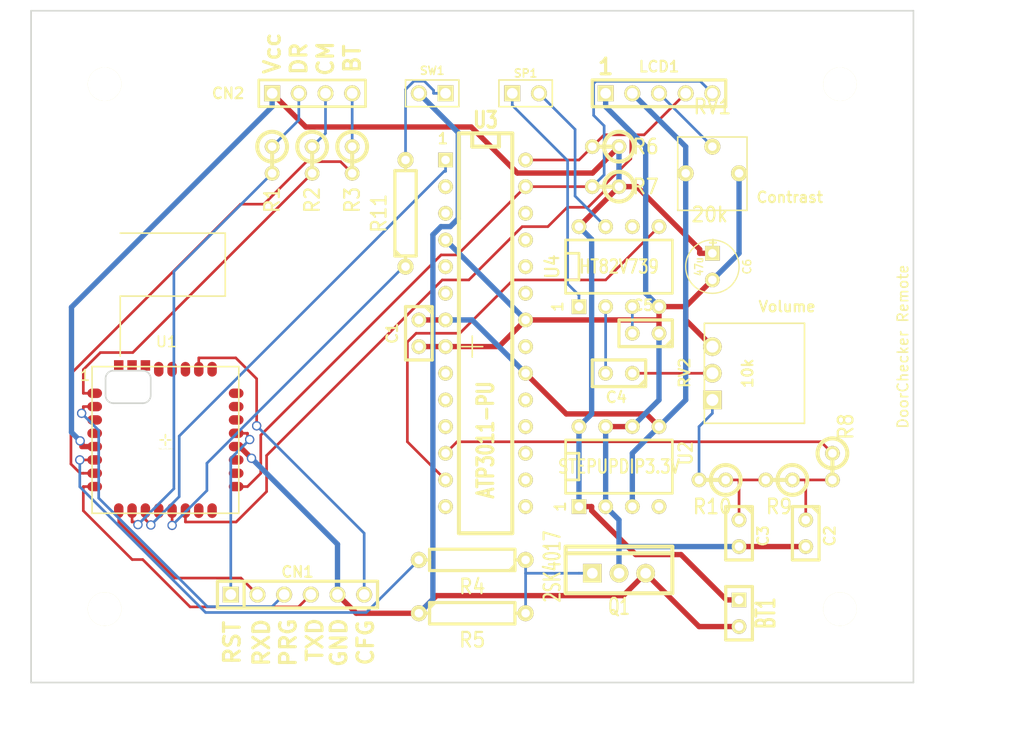
<source format=kicad_pcb>
(kicad_pcb (version 3) (host pcbnew "(2013-07-07 BZR 4022)-stable")

  (general
    (links 70)
    (no_connects 0)
    (area 12.192 12.7 113.092571 86.139)
    (thickness 1)
    (drawings 18)
    (tracks 241)
    (zones 0)
    (modules 31)
    (nets 34)
  )

  (page A3)
  (layers
    (15 F.Cu signal)
    (0 B.Cu signal)
    (16 B.Adhes user)
    (17 F.Adhes user)
    (18 B.Paste user)
    (19 F.Paste user)
    (20 B.SilkS user)
    (21 F.SilkS user)
    (22 B.Mask user)
    (23 F.Mask user)
    (24 Dwgs.User user)
    (25 Cmts.User user)
    (26 Eco1.User user)
    (27 Eco2.User user)
    (28 Edge.Cuts user)
  )

  (setup
    (last_trace_width 0.254)
    (trace_clearance 0.254)
    (zone_clearance 0.508)
    (zone_45_only no)
    (trace_min 0.254)
    (segment_width 0.2)
    (edge_width 0.1)
    (via_size 0.889)
    (via_drill 0.635)
    (via_min_size 0.889)
    (via_min_drill 0.508)
    (uvia_size 0.508)
    (uvia_drill 0.127)
    (uvias_allowed no)
    (uvia_min_size 0.508)
    (uvia_min_drill 0.127)
    (pcb_text_width 0.3)
    (pcb_text_size 1.5 1.5)
    (mod_edge_width 0.15)
    (mod_text_size 1 1)
    (mod_text_width 0.15)
    (pad_size 3.2 3.2)
    (pad_drill 3.2)
    (pad_to_mask_clearance 0)
    (aux_axis_origin 0 0)
    (visible_elements 7FFFFFFF)
    (pcbplotparams
      (layerselection 284196865)
      (usegerberextensions true)
      (excludeedgelayer true)
      (linewidth 0.150000)
      (plotframeref false)
      (viasonmask false)
      (mode 1)
      (useauxorigin false)
      (hpglpennumber 1)
      (hpglpenspeed 20)
      (hpglpendiameter 15)
      (hpglpenoverlay 2)
      (psnegative false)
      (psa4output false)
      (plotreference true)
      (plotvalue true)
      (plotothertext true)
      (plotinvisibletext false)
      (padsonsilk false)
      (subtractmaskfromsilk true)
      (outputformat 1)
      (mirror false)
      (drillshape 0)
      (scaleselection 1)
      (outputdirectory gerber/))
  )

  (net 0 "")
  (net 1 /3.3VOUT)
  (net 2 /AOUT)
  (net 3 /AudioIn)
  (net 4 /BATT)
  (net 5 /COMM)
  (net 6 /DOOR)
  (net 7 /GND_SW)
  (net 8 /Gate)
  (net 9 /LPF1)
  (net 10 /LPF2)
  (net 11 /LPF3)
  (net 12 /M2)
  (net 13 /PLAY#)
  (net 14 /PRG)
  (net 15 /PWM1)
  (net 16 /PWM2)
  (net 17 /PWM4)
  (net 18 /QGND)
  (net 19 /RESET#)
  (net 20 /RST)
  (net 21 /RXD)
  (net 22 /SCL)
  (net 23 /SDA)
  (net 24 /SPK+)
  (net 25 /SPK-)
  (net 26 /SW)
  (net 27 /TXD)
  (net 28 /V0)
  (net 29 /VOL)
  (net 30 /VREF)
  (net 31 /WUP)
  (net 32 GND)
  (net 33 VCC)

  (net_class Default "これは標準のネット クラスです。"
    (clearance 0.254)
    (trace_width 0.254)
    (via_dia 0.889)
    (via_drill 0.635)
    (uvia_dia 0.508)
    (uvia_drill 0.127)
    (add_net "")
    (add_net /AOUT)
    (add_net /AudioIn)
    (add_net /BATT)
    (add_net /COMM)
    (add_net /DOOR)
    (add_net /GND_SW)
    (add_net /Gate)
    (add_net /LPF1)
    (add_net /LPF2)
    (add_net /LPF3)
    (add_net /M2)
    (add_net /PLAY#)
    (add_net /PRG)
    (add_net /PWM1)
    (add_net /PWM2)
    (add_net /PWM4)
    (add_net /RESET#)
    (add_net /RST)
    (add_net /RXD)
    (add_net /SCL)
    (add_net /SDA)
    (add_net /SPK+)
    (add_net /SPK-)
    (add_net /SW)
    (add_net /TXD)
    (add_net /V0)
    (add_net /VOL)
    (add_net /VREF)
    (add_net /WUP)
  )

  (net_class power ""
    (clearance 0.254)
    (trace_width 0.508)
    (via_dia 0.889)
    (via_drill 0.635)
    (uvia_dia 0.508)
    (uvia_drill 0.127)
    (add_net /3.3VOUT)
    (add_net /QGND)
    (add_net GND)
    (add_net VCC)
  )

  (module SIL-2 (layer F.Cu) (tedit 200000) (tstamp 54C557E1)
    (at 82.55 71.12 270)
    (descr "Connecteurs 2 pins")
    (tags "CONN DEV")
    (path /54C2008B)
    (fp_text reference BT1 (at 0 -2.54 270) (layer F.SilkS)
      (effects (font (size 1.72974 1.08712) (thickness 0.3048)))
    )
    (fp_text value BATTERY (at 0 -2.54 270) (layer F.SilkS) hide
      (effects (font (size 1.524 1.016) (thickness 0.3048)))
    )
    (fp_line (start -2.54 1.27) (end -2.54 -1.27) (layer F.SilkS) (width 0.3048))
    (fp_line (start -2.54 -1.27) (end 2.54 -1.27) (layer F.SilkS) (width 0.3048))
    (fp_line (start 2.54 -1.27) (end 2.54 1.27) (layer F.SilkS) (width 0.3048))
    (fp_line (start 2.54 1.27) (end -2.54 1.27) (layer F.SilkS) (width 0.3048))
    (pad 1 thru_hole rect (at -1.27 0 270) (size 1.397 1.397) (drill 0.8128)
      (layers *.Cu *.Mask F.SilkS)
      (net 33 VCC)
    )
    (pad 2 thru_hole circle (at 1.27 0 270) (size 1.397 1.397) (drill 0.8128)
      (layers *.Cu *.Mask F.SilkS)
      (net 32 GND)
    )
  )

  (module DIP-8__300 (layer F.Cu) (tedit 43A7F843) (tstamp 54C1E514)
    (at 71.12 38.1)
    (descr "8 pins DIL package, round pads")
    (tags DIL)
    (path /54C1F3FB)
    (fp_text reference U4 (at -6.35 0 90) (layer F.SilkS)
      (effects (font (size 1.27 1.143) (thickness 0.2032)))
    )
    (fp_text value HT82V739 (at 0 0) (layer F.SilkS)
      (effects (font (size 1.27 1.016) (thickness 0.2032)))
    )
    (fp_line (start -5.08 -1.27) (end -3.81 -1.27) (layer F.SilkS) (width 0.254))
    (fp_line (start -3.81 -1.27) (end -3.81 1.27) (layer F.SilkS) (width 0.254))
    (fp_line (start -3.81 1.27) (end -5.08 1.27) (layer F.SilkS) (width 0.254))
    (fp_line (start -5.08 -2.54) (end 5.08 -2.54) (layer F.SilkS) (width 0.254))
    (fp_line (start 5.08 -2.54) (end 5.08 2.54) (layer F.SilkS) (width 0.254))
    (fp_line (start 5.08 2.54) (end -5.08 2.54) (layer F.SilkS) (width 0.254))
    (fp_line (start -5.08 2.54) (end -5.08 -2.54) (layer F.SilkS) (width 0.254))
    (pad 1 thru_hole rect (at -3.81 3.81) (size 1.397 1.397) (drill 0.8128)
      (layers *.Cu *.Mask F.SilkS)
      (net 24 /SPK+)
    )
    (pad 2 thru_hole circle (at -1.27 3.81) (size 1.397 1.397) (drill 0.8128)
      (layers *.Cu *.Mask F.SilkS)
      (net 3 /AudioIn)
    )
    (pad 3 thru_hole circle (at 1.27 3.81) (size 1.397 1.397) (drill 0.8128)
      (layers *.Cu *.Mask F.SilkS)
      (net 30 /VREF)
    )
    (pad 4 thru_hole circle (at 3.81 3.81) (size 1.397 1.397) (drill 0.8128)
      (layers *.Cu *.Mask F.SilkS)
      (net 18 /QGND)
    )
    (pad 5 thru_hole circle (at 3.81 -3.81) (size 1.397 1.397) (drill 0.8128)
      (layers *.Cu *.Mask F.SilkS)
      (net 13 /PLAY#)
    )
    (pad 6 thru_hole circle (at 1.27 -3.81) (size 1.397 1.397) (drill 0.8128)
      (layers *.Cu *.Mask F.SilkS)
    )
    (pad 7 thru_hole circle (at -1.27 -3.81) (size 1.397 1.397) (drill 0.8128)
      (layers *.Cu *.Mask F.SilkS)
      (net 25 /SPK-)
    )
    (pad 8 thru_hole circle (at -3.81 -3.81) (size 1.397 1.397) (drill 0.8128)
      (layers *.Cu *.Mask F.SilkS)
      (net 33 VCC)
    )
    (model dil/dil_8.wrl
      (at (xyz 0 0 0))
      (scale (xyz 1 1 1))
      (rotate (xyz 0 0 0))
    )
  )

  (module DIP-8__300 (layer F.Cu) (tedit 54CC2476) (tstamp 54C1E527)
    (at 71.12 57.15)
    (descr "8 pins DIL package, round pads")
    (tags DIL)
    (path /54C0EA34)
    (fp_text reference U2 (at 6.35 -1.27 90) (layer F.SilkS)
      (effects (font (size 1.27 1.143) (thickness 0.2032)))
    )
    (fp_text value STEPUPDIP3.3V (at 0 0) (layer F.SilkS)
      (effects (font (size 1.27 1.016) (thickness 0.2032)))
    )
    (fp_line (start -5.08 -1.27) (end -3.81 -1.27) (layer F.SilkS) (width 0.254))
    (fp_line (start -3.81 -1.27) (end -3.81 1.27) (layer F.SilkS) (width 0.254))
    (fp_line (start -3.81 1.27) (end -5.08 1.27) (layer F.SilkS) (width 0.254))
    (fp_line (start -5.08 -2.54) (end 5.08 -2.54) (layer F.SilkS) (width 0.254))
    (fp_line (start 5.08 -2.54) (end 5.08 2.54) (layer F.SilkS) (width 0.254))
    (fp_line (start 5.08 2.54) (end -5.08 2.54) (layer F.SilkS) (width 0.254))
    (fp_line (start -5.08 2.54) (end -5.08 -2.54) (layer F.SilkS) (width 0.254))
    (pad 1 thru_hole rect (at -3.81 3.81) (size 1.397 1.397) (drill 0.8128)
      (layers *.Cu *.Mask F.SilkS)
      (net 33 VCC)
    )
    (pad 2 thru_hole circle (at -1.27 3.81) (size 1.397 1.397) (drill 0.8128)
      (layers *.Cu *.Mask F.SilkS)
      (net 18 /QGND)
    )
    (pad 3 thru_hole circle (at 1.27 3.81) (size 1.397 1.397) (drill 0.8128)
      (layers *.Cu *.Mask F.SilkS)
      (net 1 /3.3VOUT)
    )
    (pad 4 thru_hole circle (at 3.81 3.81) (size 1.397 1.397) (drill 0.8128)
      (layers *.Cu *.Mask F.SilkS)
    )
    (pad 5 thru_hole circle (at 3.81 -3.81) (size 1.397 1.397) (drill 0.8128)
      (layers *.Cu *.Mask F.SilkS)
      (net 1 /3.3VOUT)
    )
    (pad 6 thru_hole circle (at 1.27 -3.81) (size 1.397 1.397) (drill 0.8128)
      (layers *.Cu *.Mask F.SilkS)
      (net 18 /QGND)
    )
    (pad 7 thru_hole circle (at -1.27 -3.81) (size 1.397 1.397) (drill 0.8128)
      (layers *.Cu *.Mask F.SilkS)
      (net 18 /QGND)
    )
    (pad 8 thru_hole circle (at -3.81 -3.81) (size 1.397 1.397) (drill 0.8128)
      (layers *.Cu *.Mask F.SilkS)
      (net 33 VCC)
    )
    (model dil/dil_8.wrl
      (at (xyz 0 0 0))
      (scale (xyz 1 1 1))
      (rotate (xyz 0 0 0))
    )
  )

  (module DIP-28__300 (layer F.Cu) (tedit 54C56CBF) (tstamp 54C1E576)
    (at 58.42 44.45 270)
    (descr "28 pins DIL package, round pads, width 300mil")
    (tags DIL)
    (path /54BF6333)
    (fp_text reference U3 (at -20.32 0 360) (layer F.SilkS)
      (effects (font (size 1.524 1.143) (thickness 0.3048)))
    )
    (fp_text value ATP3011-PU (at 10.16 0 270) (layer F.SilkS)
      (effects (font (size 1.524 1.143) (thickness 0.3048)))
    )
    (fp_line (start -19.05 -2.54) (end 19.05 -2.54) (layer F.SilkS) (width 0.381))
    (fp_line (start 19.05 -2.54) (end 19.05 2.54) (layer F.SilkS) (width 0.381))
    (fp_line (start 19.05 2.54) (end -19.05 2.54) (layer F.SilkS) (width 0.381))
    (fp_line (start -19.05 2.54) (end -19.05 -2.54) (layer F.SilkS) (width 0.381))
    (fp_line (start -19.05 -1.27) (end -17.78 -1.27) (layer F.SilkS) (width 0.381))
    (fp_line (start -17.78 -1.27) (end -17.78 1.27) (layer F.SilkS) (width 0.381))
    (fp_line (start -17.78 1.27) (end -19.05 1.27) (layer F.SilkS) (width 0.381))
    (pad 2 thru_hole circle (at -13.97 3.81 270) (size 1.397 1.397) (drill 0.8128)
      (layers *.Cu *.Mask F.SilkS)
    )
    (pad 3 thru_hole circle (at -11.43 3.81 270) (size 1.397 1.397) (drill 0.8128)
      (layers *.Cu *.Mask F.SilkS)
    )
    (pad 4 thru_hole circle (at -8.89 3.81 270) (size 1.397 1.397) (drill 0.8128)
      (layers *.Cu *.Mask F.SilkS)
      (net 18 /QGND)
    )
    (pad 5 thru_hole circle (at -6.35 3.81 270) (size 1.397 1.397) (drill 0.8128)
      (layers *.Cu *.Mask F.SilkS)
    )
    (pad 6 thru_hole circle (at -3.81 3.81 270) (size 1.397 1.397) (drill 0.8128)
      (layers *.Cu *.Mask F.SilkS)
    )
    (pad 7 thru_hole circle (at -1.27 3.81 270) (size 1.397 1.397) (drill 0.8128)
      (layers *.Cu *.Mask F.SilkS)
      (net 1 /3.3VOUT)
    )
    (pad 8 thru_hole circle (at 1.27 3.81 270) (size 1.397 1.397) (drill 0.8128)
      (layers *.Cu *.Mask F.SilkS)
      (net 18 /QGND)
    )
    (pad 9 thru_hole circle (at 3.81 3.81 270) (size 1.397 1.397) (drill 0.8128)
      (layers *.Cu *.Mask F.SilkS)
    )
    (pad 10 thru_hole circle (at 6.35 3.81 270) (size 1.397 1.397) (drill 0.8128)
      (layers *.Cu *.Mask F.SilkS)
    )
    (pad 11 thru_hole circle (at 8.89 3.81 270) (size 1.397 1.397) (drill 0.8128)
      (layers *.Cu *.Mask F.SilkS)
    )
    (pad 12 thru_hole circle (at 11.43 3.81 270) (size 1.397 1.397) (drill 0.8128)
      (layers *.Cu *.Mask F.SilkS)
      (net 2 /AOUT)
    )
    (pad 13 thru_hole circle (at 13.97 3.81 270) (size 1.397 1.397) (drill 0.8128)
      (layers *.Cu *.Mask F.SilkS)
      (net 13 /PLAY#)
    )
    (pad 14 thru_hole circle (at 16.51 3.81 270) (size 1.397 1.397) (drill 0.8128)
      (layers *.Cu *.Mask F.SilkS)
    )
    (pad 1 thru_hole rect (at -16.51 3.81 270) (size 1.397 1.397) (drill 0.8128)
      (layers *.Cu *.Mask F.SilkS)
      (net 19 /RESET#)
    )
    (pad 15 thru_hole circle (at 16.51 -3.81 270) (size 1.397 1.397) (drill 0.8128)
      (layers *.Cu *.Mask F.SilkS)
    )
    (pad 16 thru_hole circle (at 13.97 -3.81 270) (size 1.397 1.397) (drill 0.8128)
      (layers *.Cu *.Mask F.SilkS)
    )
    (pad 17 thru_hole circle (at 11.43 -3.81 270) (size 1.397 1.397) (drill 0.8128)
      (layers *.Cu *.Mask F.SilkS)
    )
    (pad 18 thru_hole circle (at 8.89 -3.81 270) (size 1.397 1.397) (drill 0.8128)
      (layers *.Cu *.Mask F.SilkS)
    )
    (pad 19 thru_hole circle (at 6.35 -3.81 270) (size 1.397 1.397) (drill 0.8128)
      (layers *.Cu *.Mask F.SilkS)
    )
    (pad 20 thru_hole circle (at 3.81 -3.81 270) (size 1.397 1.397) (drill 0.8128)
      (layers *.Cu *.Mask F.SilkS)
      (net 1 /3.3VOUT)
    )
    (pad 21 thru_hole circle (at 1.27 -3.81 270) (size 1.397 1.397) (drill 0.8128)
      (layers *.Cu *.Mask F.SilkS)
    )
    (pad 22 thru_hole circle (at -1.27 -3.81 270) (size 1.397 1.397) (drill 0.8128)
      (layers *.Cu *.Mask F.SilkS)
      (net 18 /QGND)
    )
    (pad 23 thru_hole circle (at -3.81 -3.81 270) (size 1.397 1.397) (drill 0.8128)
      (layers *.Cu *.Mask F.SilkS)
    )
    (pad 24 thru_hole circle (at -6.35 -3.81 270) (size 1.397 1.397) (drill 0.8128)
      (layers *.Cu *.Mask F.SilkS)
    )
    (pad 25 thru_hole circle (at -8.89 -3.81 270) (size 1.397 1.397) (drill 0.8128)
      (layers *.Cu *.Mask F.SilkS)
    )
    (pad 26 thru_hole circle (at -11.43 -3.81 270) (size 1.397 1.397) (drill 0.8128)
      (layers *.Cu *.Mask F.SilkS)
    )
    (pad 27 thru_hole circle (at -13.97 -3.81 270) (size 1.397 1.397) (drill 0.8128)
      (layers *.Cu *.Mask F.SilkS)
      (net 23 /SDA)
    )
    (pad 28 thru_hole circle (at -16.51 -3.81 270) (size 1.397 1.397) (drill 0.8128)
      (layers *.Cu *.Mask F.SilkS)
      (net 22 /SCL)
    )
    (model dil/dil_28-w300.wrl
      (at (xyz 0 0 0))
      (scale (xyz 1 1 1))
      (rotate (xyz 0 0 0))
    )
  )

  (module C1 (layer F.Cu) (tedit 3F92C496) (tstamp 54C1E588)
    (at 88.9 63.5 270)
    (descr "Condensateur e = 1 pas")
    (tags C)
    (path /54C1EE56)
    (fp_text reference C2 (at 0.254 -2.286 270) (layer F.SilkS)
      (effects (font (size 1.016 1.016) (thickness 0.2032)))
    )
    (fp_text value 0.047u (at 0 -2.286 270) (layer F.SilkS) hide
      (effects (font (size 1.016 1.016) (thickness 0.2032)))
    )
    (fp_line (start -2.4892 -1.27) (end 2.54 -1.27) (layer F.SilkS) (width 0.3048))
    (fp_line (start 2.54 -1.27) (end 2.54 1.27) (layer F.SilkS) (width 0.3048))
    (fp_line (start 2.54 1.27) (end -2.54 1.27) (layer F.SilkS) (width 0.3048))
    (fp_line (start -2.54 1.27) (end -2.54 -1.27) (layer F.SilkS) (width 0.3048))
    (fp_line (start -2.54 -0.635) (end -1.905 -1.27) (layer F.SilkS) (width 0.3048))
    (pad 1 thru_hole circle (at -1.27 0 270) (size 1.397 1.397) (drill 0.8128)
      (layers *.Cu *.Mask F.SilkS)
      (net 9 /LPF1)
    )
    (pad 2 thru_hole circle (at 1.27 0 270) (size 1.397 1.397) (drill 0.8128)
      (layers *.Cu *.Mask F.SilkS)
      (net 18 /QGND)
    )
    (model discret/capa_1_pas.wrl
      (at (xyz 0 0 0))
      (scale (xyz 1 1 1))
      (rotate (xyz 0 0 0))
    )
  )

  (module C1 (layer F.Cu) (tedit 3F92C496) (tstamp 54C1E593)
    (at 82.55 63.5 270)
    (descr "Condensateur e = 1 pas")
    (tags C)
    (path /54C1EE47)
    (fp_text reference C3 (at 0.254 -2.286 270) (layer F.SilkS)
      (effects (font (size 1.016 1.016) (thickness 0.2032)))
    )
    (fp_text value 0.01u (at 0 -2.286 270) (layer F.SilkS) hide
      (effects (font (size 1.016 1.016) (thickness 0.2032)))
    )
    (fp_line (start -2.4892 -1.27) (end 2.54 -1.27) (layer F.SilkS) (width 0.3048))
    (fp_line (start 2.54 -1.27) (end 2.54 1.27) (layer F.SilkS) (width 0.3048))
    (fp_line (start 2.54 1.27) (end -2.54 1.27) (layer F.SilkS) (width 0.3048))
    (fp_line (start -2.54 1.27) (end -2.54 -1.27) (layer F.SilkS) (width 0.3048))
    (fp_line (start -2.54 -0.635) (end -1.905 -1.27) (layer F.SilkS) (width 0.3048))
    (pad 1 thru_hole circle (at -1.27 0 270) (size 1.397 1.397) (drill 0.8128)
      (layers *.Cu *.Mask F.SilkS)
      (net 10 /LPF2)
    )
    (pad 2 thru_hole circle (at 1.27 0 270) (size 1.397 1.397) (drill 0.8128)
      (layers *.Cu *.Mask F.SilkS)
      (net 18 /QGND)
    )
    (model discret/capa_1_pas.wrl
      (at (xyz 0 0 0))
      (scale (xyz 1 1 1))
      (rotate (xyz 0 0 0))
    )
  )

  (module C1 (layer F.Cu) (tedit 54C38988) (tstamp 54C1E59E)
    (at 73.66 44.45 180)
    (descr "Condensateur e = 1 pas")
    (tags C)
    (path /54C1F40A)
    (fp_text reference C5 (at 0.254 2.667 180) (layer F.SilkS)
      (effects (font (size 1.016 1.016) (thickness 0.2032)))
    )
    (fp_text value 1u (at 0 -2.286 180) (layer F.SilkS) hide
      (effects (font (size 1.016 1.016) (thickness 0.2032)))
    )
    (fp_line (start -2.4892 -1.27) (end 2.54 -1.27) (layer F.SilkS) (width 0.3048))
    (fp_line (start 2.54 -1.27) (end 2.54 1.27) (layer F.SilkS) (width 0.3048))
    (fp_line (start 2.54 1.27) (end -2.54 1.27) (layer F.SilkS) (width 0.3048))
    (fp_line (start -2.54 1.27) (end -2.54 -1.27) (layer F.SilkS) (width 0.3048))
    (fp_line (start -2.54 -0.635) (end -1.905 -1.27) (layer F.SilkS) (width 0.3048))
    (pad 1 thru_hole circle (at -1.27 0 180) (size 1.397 1.397) (drill 0.8128)
      (layers *.Cu *.Mask F.SilkS)
      (net 18 /QGND)
    )
    (pad 2 thru_hole circle (at 1.27 0 180) (size 1.397 1.397) (drill 0.8128)
      (layers *.Cu *.Mask F.SilkS)
      (net 30 /VREF)
    )
    (model discret/capa_1_pas.wrl
      (at (xyz 0 0 0))
      (scale (xyz 1 1 1))
      (rotate (xyz 0 0 0))
    )
  )

  (module C1 (layer F.Cu) (tedit 3F92C496) (tstamp 54C1E5A9)
    (at 71.12 48.26 180)
    (descr "Condensateur e = 1 pas")
    (tags C)
    (path /54C1EE29)
    (fp_text reference C4 (at 0.254 -2.286 180) (layer F.SilkS)
      (effects (font (size 1.016 1.016) (thickness 0.2032)))
    )
    (fp_text value 1u (at 0 -2.286 180) (layer F.SilkS) hide
      (effects (font (size 1.016 1.016) (thickness 0.2032)))
    )
    (fp_line (start -2.4892 -1.27) (end 2.54 -1.27) (layer F.SilkS) (width 0.3048))
    (fp_line (start 2.54 -1.27) (end 2.54 1.27) (layer F.SilkS) (width 0.3048))
    (fp_line (start 2.54 1.27) (end -2.54 1.27) (layer F.SilkS) (width 0.3048))
    (fp_line (start -2.54 1.27) (end -2.54 -1.27) (layer F.SilkS) (width 0.3048))
    (fp_line (start -2.54 -0.635) (end -1.905 -1.27) (layer F.SilkS) (width 0.3048))
    (pad 1 thru_hole circle (at -1.27 0 180) (size 1.397 1.397) (drill 0.8128)
      (layers *.Cu *.Mask F.SilkS)
      (net 29 /VOL)
    )
    (pad 2 thru_hole circle (at 1.27 0 180) (size 1.397 1.397) (drill 0.8128)
      (layers *.Cu *.Mask F.SilkS)
      (net 3 /AudioIn)
    )
    (model discret/capa_1_pas.wrl
      (at (xyz 0 0 0))
      (scale (xyz 1 1 1))
      (rotate (xyz 0 0 0))
    )
  )

  (module C1 (layer F.Cu) (tedit 54C56CCC) (tstamp 54C5582B)
    (at 52.07 44.45 270)
    (descr "Condensateur e = 1 pas")
    (tags C)
    (path /54C1EA7E)
    (fp_text reference C1 (at 0 2.54 270) (layer F.SilkS)
      (effects (font (size 1.016 1.016) (thickness 0.2032)))
    )
    (fp_text value 0.1u (at 0 -2.286 270) (layer F.SilkS) hide
      (effects (font (size 1.016 1.016) (thickness 0.2032)))
    )
    (fp_line (start -2.4892 -1.27) (end 2.54 -1.27) (layer F.SilkS) (width 0.3048))
    (fp_line (start 2.54 -1.27) (end 2.54 1.27) (layer F.SilkS) (width 0.3048))
    (fp_line (start 2.54 1.27) (end -2.54 1.27) (layer F.SilkS) (width 0.3048))
    (fp_line (start -2.54 1.27) (end -2.54 -1.27) (layer F.SilkS) (width 0.3048))
    (fp_line (start -2.54 -0.635) (end -1.905 -1.27) (layer F.SilkS) (width 0.3048))
    (pad 1 thru_hole circle (at -1.27 0 270) (size 1.397 1.397) (drill 0.8128)
      (layers *.Cu *.Mask F.SilkS)
      (net 1 /3.3VOUT)
    )
    (pad 2 thru_hole circle (at 1.27 0 270) (size 1.397 1.397) (drill 0.8128)
      (layers *.Cu *.Mask F.SilkS)
      (net 18 /QGND)
    )
    (model discret/capa_1_pas.wrl
      (at (xyz 0 0 0))
      (scale (xyz 1 1 1))
      (rotate (xyz 0 0 0))
    )
  )

  (module R1 (layer F.Cu) (tedit 54C56CB7) (tstamp 54C32A8B)
    (at 69.85 30.48 180)
    (descr "Resistance verticale")
    (tags R)
    (path /54BF65A8)
    (autoplace_cost90 10)
    (autoplace_cost180 10)
    (fp_text reference R6 (at -3.81 3.81 180) (layer F.SilkS)
      (effects (font (size 1.397 1.27) (thickness 0.2032)))
    )
    (fp_text value 10k (at -1.143 2.54 180) (layer F.SilkS) hide
      (effects (font (size 1.397 1.27) (thickness 0.2032)))
    )
    (fp_line (start -1.27 0) (end 1.27 0) (layer F.SilkS) (width 0.381))
    (fp_circle (center -1.27 0) (end -0.635 1.27) (layer F.SilkS) (width 0.381))
    (pad 1 thru_hole circle (at -1.27 0 180) (size 1.397 1.397) (drill 0.8128)
      (layers *.Cu *.Mask F.SilkS)
      (net 33 VCC)
    )
    (pad 2 thru_hole circle (at 1.27 0 180) (size 1.397 1.397) (drill 0.8128)
      (layers *.Cu *.Mask F.SilkS)
      (net 23 /SDA)
    )
    (model discret/verti_resistor.wrl
      (at (xyz 0 0 0))
      (scale (xyz 1 1 1))
      (rotate (xyz 0 0 0))
    )
  )

  (module R1 (layer F.Cu) (tedit 54C895CF) (tstamp 54C32A93)
    (at 38.1 27.94 270)
    (descr "Resistance verticale")
    (tags R)
    (path /54BF63B7)
    (autoplace_cost90 10)
    (autoplace_cost180 10)
    (fp_text reference R1 (at 3.81 0 270) (layer F.SilkS)
      (effects (font (size 1.397 1.27) (thickness 0.2032)))
    )
    (fp_text value 680 (at -1.143 2.54 270) (layer F.SilkS) hide
      (effects (font (size 1.397 1.27) (thickness 0.2032)))
    )
    (fp_line (start -1.27 0) (end 1.27 0) (layer F.SilkS) (width 0.381))
    (fp_circle (center -1.27 0) (end -0.635 1.27) (layer F.SilkS) (width 0.381))
    (pad 1 thru_hole circle (at -1.27 0 270) (size 1.397 1.397) (drill 0.8128)
      (layers *.Cu *.Mask F.SilkS)
      (net 6 /DOOR)
    )
    (pad 2 thru_hole circle (at 1.27 0 270) (size 1.397 1.397) (drill 0.8128)
      (layers *.Cu *.Mask F.SilkS)
      (net 17 /PWM4)
    )
    (model discret/verti_resistor.wrl
      (at (xyz 0 0 0))
      (scale (xyz 1 1 1))
      (rotate (xyz 0 0 0))
    )
  )

  (module R1 (layer F.Cu) (tedit 54C895D3) (tstamp 54C32A9B)
    (at 41.91 27.94 270)
    (descr "Resistance verticale")
    (tags R)
    (path /54BF6399)
    (autoplace_cost90 10)
    (autoplace_cost180 10)
    (fp_text reference R2 (at 3.81 0 270) (layer F.SilkS)
      (effects (font (size 1.397 1.27) (thickness 0.2032)))
    )
    (fp_text value 680 (at -1.143 2.54 270) (layer F.SilkS) hide
      (effects (font (size 1.397 1.27) (thickness 0.2032)))
    )
    (fp_line (start -1.27 0) (end 1.27 0) (layer F.SilkS) (width 0.381))
    (fp_circle (center -1.27 0) (end -0.635 1.27) (layer F.SilkS) (width 0.381))
    (pad 1 thru_hole circle (at -1.27 0 270) (size 1.397 1.397) (drill 0.8128)
      (layers *.Cu *.Mask F.SilkS)
      (net 5 /COMM)
    )
    (pad 2 thru_hole circle (at 1.27 0 270) (size 1.397 1.397) (drill 0.8128)
      (layers *.Cu *.Mask F.SilkS)
      (net 16 /PWM2)
    )
    (model discret/verti_resistor.wrl
      (at (xyz 0 0 0))
      (scale (xyz 1 1 1))
      (rotate (xyz 0 0 0))
    )
  )

  (module R1 (layer F.Cu) (tedit 54C56CB2) (tstamp 54C32AA3)
    (at 69.85 26.67 180)
    (descr "Resistance verticale")
    (tags R)
    (path /54BF65B7)
    (autoplace_cost90 10)
    (autoplace_cost180 10)
    (fp_text reference R7 (at -3.81 -3.81 180) (layer F.SilkS)
      (effects (font (size 1.397 1.27) (thickness 0.2032)))
    )
    (fp_text value 10k (at -1.143 2.54 180) (layer F.SilkS) hide
      (effects (font (size 1.397 1.27) (thickness 0.2032)))
    )
    (fp_line (start -1.27 0) (end 1.27 0) (layer F.SilkS) (width 0.381))
    (fp_circle (center -1.27 0) (end -0.635 1.27) (layer F.SilkS) (width 0.381))
    (pad 1 thru_hole circle (at -1.27 0 180) (size 1.397 1.397) (drill 0.8128)
      (layers *.Cu *.Mask F.SilkS)
      (net 33 VCC)
    )
    (pad 2 thru_hole circle (at 1.27 0 180) (size 1.397 1.397) (drill 0.8128)
      (layers *.Cu *.Mask F.SilkS)
      (net 22 /SCL)
    )
    (model discret/verti_resistor.wrl
      (at (xyz 0 0 0))
      (scale (xyz 1 1 1))
      (rotate (xyz 0 0 0))
    )
  )

  (module R1 (layer F.Cu) (tedit 54C895D7) (tstamp 54C32AB3)
    (at 45.72 27.94 270)
    (descr "Resistance verticale")
    (tags R)
    (path /54BF63A8)
    (autoplace_cost90 10)
    (autoplace_cost180 10)
    (fp_text reference R3 (at 3.81 0 270) (layer F.SilkS)
      (effects (font (size 1.397 1.27) (thickness 0.2032)))
    )
    (fp_text value 680 (at -1.143 2.54 270) (layer F.SilkS) hide
      (effects (font (size 1.397 1.27) (thickness 0.2032)))
    )
    (fp_line (start -1.27 0) (end 1.27 0) (layer F.SilkS) (width 0.381))
    (fp_circle (center -1.27 0) (end -0.635 1.27) (layer F.SilkS) (width 0.381))
    (pad 1 thru_hole circle (at -1.27 0 270) (size 1.397 1.397) (drill 0.8128)
      (layers *.Cu *.Mask F.SilkS)
      (net 4 /BATT)
    )
    (pad 2 thru_hole circle (at 1.27 0 270) (size 1.397 1.397) (drill 0.8128)
      (layers *.Cu *.Mask F.SilkS)
      (net 15 /PWM1)
    )
    (model discret/verti_resistor.wrl
      (at (xyz 0 0 0))
      (scale (xyz 1 1 1))
      (rotate (xyz 0 0 0))
    )
  )

  (module R1 (layer F.Cu) (tedit 54C4CC3E) (tstamp 54C32ABB)
    (at 86.36 58.42 180)
    (descr "Resistance verticale")
    (tags R)
    (path /54C1EDBA)
    (autoplace_cost90 10)
    (autoplace_cost180 10)
    (fp_text reference R9 (at 0 -2.54 180) (layer F.SilkS)
      (effects (font (size 1.397 1.27) (thickness 0.2032)))
    )
    (fp_text value 4.7k (at -1.143 2.54 180) (layer F.SilkS) hide
      (effects (font (size 1.397 1.27) (thickness 0.2032)))
    )
    (fp_line (start -1.27 0) (end 1.27 0) (layer F.SilkS) (width 0.381))
    (fp_circle (center -1.27 0) (end -0.635 1.27) (layer F.SilkS) (width 0.381))
    (pad 1 thru_hole circle (at -1.27 0 180) (size 1.397 1.397) (drill 0.8128)
      (layers *.Cu *.Mask F.SilkS)
      (net 9 /LPF1)
    )
    (pad 2 thru_hole circle (at 1.27 0 180) (size 1.397 1.397) (drill 0.8128)
      (layers *.Cu *.Mask F.SilkS)
      (net 10 /LPF2)
    )
    (model discret/verti_resistor.wrl
      (at (xyz 0 0 0))
      (scale (xyz 1 1 1))
      (rotate (xyz 0 0 0))
    )
  )

  (module R1 (layer F.Cu) (tedit 54C4CC3B) (tstamp 54C32AC3)
    (at 80.01 58.42 180)
    (descr "Resistance verticale")
    (tags R)
    (path /54C1EDCE)
    (autoplace_cost90 10)
    (autoplace_cost180 10)
    (fp_text reference R10 (at 0 -2.54 180) (layer F.SilkS)
      (effects (font (size 1.397 1.27) (thickness 0.2032)))
    )
    (fp_text value 10k (at -1.143 2.54 180) (layer F.SilkS) hide
      (effects (font (size 1.397 1.27) (thickness 0.2032)))
    )
    (fp_line (start -1.27 0) (end 1.27 0) (layer F.SilkS) (width 0.381))
    (fp_circle (center -1.27 0) (end -0.635 1.27) (layer F.SilkS) (width 0.381))
    (pad 1 thru_hole circle (at -1.27 0 180) (size 1.397 1.397) (drill 0.8128)
      (layers *.Cu *.Mask F.SilkS)
      (net 10 /LPF2)
    )
    (pad 2 thru_hole circle (at 1.27 0 180) (size 1.397 1.397) (drill 0.8128)
      (layers *.Cu *.Mask F.SilkS)
      (net 11 /LPF3)
    )
    (model discret/verti_resistor.wrl
      (at (xyz 0 0 0))
      (scale (xyz 1 1 1))
      (rotate (xyz 0 0 0))
    )
  )

  (module R4 (layer F.Cu) (tedit 54C37860) (tstamp 54C201E9)
    (at 50.8 33.02 90)
    (descr "Resitance 4 pas")
    (tags R)
    (path /54C2024A)
    (autoplace_cost180 10)
    (fp_text reference R11 (at 0 -2.54 90) (layer F.SilkS)
      (effects (font (size 1.397 1.27) (thickness 0.2032)))
    )
    (fp_text value 10k (at 0 0 90) (layer F.SilkS) hide
      (effects (font (size 1.397 1.27) (thickness 0.2032)))
    )
    (fp_line (start -5.08 0) (end -4.064 0) (layer F.SilkS) (width 0.3048))
    (fp_line (start -4.064 0) (end -4.064 -1.016) (layer F.SilkS) (width 0.3048))
    (fp_line (start -4.064 -1.016) (end 4.064 -1.016) (layer F.SilkS) (width 0.3048))
    (fp_line (start 4.064 -1.016) (end 4.064 1.016) (layer F.SilkS) (width 0.3048))
    (fp_line (start 4.064 1.016) (end -4.064 1.016) (layer F.SilkS) (width 0.3048))
    (fp_line (start -4.064 1.016) (end -4.064 0) (layer F.SilkS) (width 0.3048))
    (fp_line (start -4.064 -0.508) (end -3.556 -1.016) (layer F.SilkS) (width 0.3048))
    (fp_line (start 5.08 0) (end 4.064 0) (layer F.SilkS) (width 0.3048))
    (pad 1 thru_hole circle (at -5.08 0 90) (size 1.524 1.524) (drill 0.8128)
      (layers *.Cu *.Mask F.SilkS)
      (net 31 /WUP)
    )
    (pad 2 thru_hole circle (at 5.08 0 90) (size 1.524 1.524) (drill 0.8128)
      (layers *.Cu *.Mask F.SilkS)
      (net 26 /SW)
    )
    (model discret/resistor.wrl
      (at (xyz 0 0 0))
      (scale (xyz 0.4 0.4 0.4))
      (rotate (xyz 0 0 0))
    )
  )

  (module C1V5 (layer F.Cu) (tedit 54C38962) (tstamp 54C1E5BC)
    (at 80.01 38.1 270)
    (descr "Condensateur e = 1 pas")
    (tags C)
    (path /54C1FA5B)
    (fp_text reference C6 (at 0 -3.302 270) (layer F.SilkS)
      (effects (font (size 0.762 0.762) (thickness 0.127)))
    )
    (fp_text value 47u (at 0 1.27 270) (layer F.SilkS)
      (effects (font (size 0.762 0.635) (thickness 0.127)))
    )
    (fp_text user + (at -2.286 0 270) (layer F.SilkS)
      (effects (font (size 0.762 0.762) (thickness 0.2032)))
    )
    (fp_circle (center 0 0) (end 0.127 -2.54) (layer F.SilkS) (width 0.127))
    (pad 1 thru_hole rect (at -1.27 0 270) (size 1.397 1.397) (drill 0.8128)
      (layers *.Cu *.Mask F.SilkS)
      (net 33 VCC)
    )
    (pad 2 thru_hole circle (at 1.27 0 270) (size 1.397 1.397) (drill 0.8128)
      (layers *.Cu *.Mask F.SilkS)
      (net 18 /QGND)
    )
    (model discret/c_vert_c1v5.wrl
      (at (xyz 0 0 0))
      (scale (xyz 1 1 1))
      (rotate (xyz 0 0 0))
    )
  )

  (module R4 (layer F.Cu) (tedit 54C4DAF2) (tstamp 54C7B547)
    (at 57.15 66.04 180)
    (descr "Resitance 4 pas")
    (tags R)
    (path /54BFA335)
    (autoplace_cost180 10)
    (fp_text reference R4 (at 0 -2.54 180) (layer F.SilkS)
      (effects (font (size 1.397 1.27) (thickness 0.2032)))
    )
    (fp_text value 1k (at 0 0 180) (layer F.SilkS) hide
      (effects (font (size 1.397 1.27) (thickness 0.2032)))
    )
    (fp_line (start -5.08 0) (end -4.064 0) (layer F.SilkS) (width 0.3048))
    (fp_line (start -4.064 0) (end -4.064 -1.016) (layer F.SilkS) (width 0.3048))
    (fp_line (start -4.064 -1.016) (end 4.064 -1.016) (layer F.SilkS) (width 0.3048))
    (fp_line (start 4.064 -1.016) (end 4.064 1.016) (layer F.SilkS) (width 0.3048))
    (fp_line (start 4.064 1.016) (end -4.064 1.016) (layer F.SilkS) (width 0.3048))
    (fp_line (start -4.064 1.016) (end -4.064 0) (layer F.SilkS) (width 0.3048))
    (fp_line (start -4.064 -0.508) (end -3.556 -1.016) (layer F.SilkS) (width 0.3048))
    (fp_line (start 5.08 0) (end 4.064 0) (layer F.SilkS) (width 0.3048))
    (pad 1 thru_hole circle (at -5.08 0 180) (size 1.524 1.524) (drill 0.8128)
      (layers *.Cu *.Mask F.SilkS)
      (net 8 /Gate)
    )
    (pad 2 thru_hole circle (at 5.08 0 180) (size 1.524 1.524) (drill 0.8128)
      (layers *.Cu *.Mask F.SilkS)
      (net 7 /GND_SW)
    )
    (model discret/resistor.wrl
      (at (xyz 0 0 0))
      (scale (xyz 0.4 0.4 0.4))
      (rotate (xyz 0 0 0))
    )
  )

  (module R4 (layer F.Cu) (tedit 54C3A651) (tstamp 54C32A83)
    (at 57.15 71.12)
    (descr "Resitance 4 pas")
    (tags R)
    (path /54BFA36E)
    (autoplace_cost180 10)
    (fp_text reference R5 (at 0 2.54) (layer F.SilkS)
      (effects (font (size 1.397 1.27) (thickness 0.2032)))
    )
    (fp_text value 2.2M (at 0 0) (layer F.SilkS) hide
      (effects (font (size 1.397 1.27) (thickness 0.2032)))
    )
    (fp_line (start -5.08 0) (end -4.064 0) (layer F.SilkS) (width 0.3048))
    (fp_line (start -4.064 0) (end -4.064 -1.016) (layer F.SilkS) (width 0.3048))
    (fp_line (start -4.064 -1.016) (end 4.064 -1.016) (layer F.SilkS) (width 0.3048))
    (fp_line (start 4.064 -1.016) (end 4.064 1.016) (layer F.SilkS) (width 0.3048))
    (fp_line (start 4.064 1.016) (end -4.064 1.016) (layer F.SilkS) (width 0.3048))
    (fp_line (start -4.064 1.016) (end -4.064 0) (layer F.SilkS) (width 0.3048))
    (fp_line (start -4.064 -0.508) (end -3.556 -1.016) (layer F.SilkS) (width 0.3048))
    (fp_line (start 5.08 0) (end 4.064 0) (layer F.SilkS) (width 0.3048))
    (pad 1 thru_hole circle (at -5.08 0) (size 1.524 1.524) (drill 0.8128)
      (layers *.Cu *.Mask F.SilkS)
      (net 32 GND)
    )
    (pad 2 thru_hole circle (at 5.08 0) (size 1.524 1.524) (drill 0.8128)
      (layers *.Cu *.Mask F.SilkS)
      (net 8 /Gate)
    )
    (model discret/resistor.wrl
      (at (xyz 0 0 0))
      (scale (xyz 0.4 0.4 0.4))
      (rotate (xyz 0 0 0))
    )
  )

  (module PIN_ARRAY-6X1 (layer F.Cu) (tedit 41402119) (tstamp 54C1F0C3)
    (at 40.513 69.342)
    (descr "Connecteur 6 pins")
    (tags "CONN DEV")
    (path /54C1E246)
    (fp_text reference CN1 (at 0 -2.159) (layer F.SilkS)
      (effects (font (size 1.016 1.016) (thickness 0.2032)))
    )
    (fp_text value WRITER (at 0 2.159) (layer F.SilkS) hide
      (effects (font (size 1.016 0.889) (thickness 0.2032)))
    )
    (fp_line (start -7.62 1.27) (end -7.62 -1.27) (layer F.SilkS) (width 0.3048))
    (fp_line (start -7.62 -1.27) (end 7.62 -1.27) (layer F.SilkS) (width 0.3048))
    (fp_line (start 7.62 -1.27) (end 7.62 1.27) (layer F.SilkS) (width 0.3048))
    (fp_line (start 7.62 1.27) (end -7.62 1.27) (layer F.SilkS) (width 0.3048))
    (fp_line (start -5.08 1.27) (end -5.08 -1.27) (layer F.SilkS) (width 0.3048))
    (pad 1 thru_hole rect (at -6.35 0) (size 1.524 1.524) (drill 1.016)
      (layers *.Cu *.Mask F.SilkS)
      (net 20 /RST)
    )
    (pad 2 thru_hole circle (at -3.81 0) (size 1.524 1.524) (drill 1.016)
      (layers *.Cu *.Mask F.SilkS)
      (net 21 /RXD)
    )
    (pad 3 thru_hole circle (at -1.27 0) (size 1.524 1.524) (drill 1.016)
      (layers *.Cu *.Mask F.SilkS)
      (net 14 /PRG)
    )
    (pad 4 thru_hole circle (at 1.27 0) (size 1.524 1.524) (drill 1.016)
      (layers *.Cu *.Mask F.SilkS)
      (net 27 /TXD)
    )
    (pad 5 thru_hole circle (at 3.81 0) (size 1.524 1.524) (drill 1.016)
      (layers *.Cu *.Mask F.SilkS)
      (net 32 GND)
    )
    (pad 6 thru_hole circle (at 6.35 0) (size 1.524 1.524) (drill 1.016)
      (layers *.Cu *.Mask F.SilkS)
      (net 12 /M2)
    )
    (model pin_array/pins_array_6x1.wrl
      (at (xyz 0 0 0))
      (scale (xyz 1 1 1))
      (rotate (xyz 0 0 0))
    )
  )

  (module R1 (layer F.Cu) (tedit 54C4CBC2) (tstamp 54C55813)
    (at 91.44 57.15 270)
    (descr "Resistance verticale")
    (tags R)
    (path /54C1ECFB)
    (autoplace_cost90 10)
    (autoplace_cost180 10)
    (fp_text reference R8 (at -3.81 -1.27 270) (layer F.SilkS)
      (effects (font (size 1.397 1.27) (thickness 0.2032)))
    )
    (fp_text value 1k (at -1.143 2.54 270) (layer F.SilkS) hide
      (effects (font (size 1.397 1.27) (thickness 0.2032)))
    )
    (fp_line (start -1.27 0) (end 1.27 0) (layer F.SilkS) (width 0.381))
    (fp_circle (center -1.27 0) (end -0.635 1.27) (layer F.SilkS) (width 0.381))
    (pad 1 thru_hole circle (at -1.27 0 270) (size 1.397 1.397) (drill 0.8128)
      (layers *.Cu *.Mask F.SilkS)
      (net 2 /AOUT)
    )
    (pad 2 thru_hole circle (at 1.27 0 270) (size 1.397 1.397) (drill 0.8128)
      (layers *.Cu *.Mask F.SilkS)
      (net 9 /LPF1)
    )
    (model discret/verti_resistor.wrl
      (at (xyz 0 0 0))
      (scale (xyz 1 1 1))
      (rotate (xyz 0 0 0))
    )
  )

  (module PIN_ARRAY_2X1 (layer F.Cu) (tedit 54CC2542) (tstamp 54C893E7)
    (at 62.23 21.59)
    (descr "Connecteurs 2 pins")
    (tags "CONN DEV")
    (path /54C1FF2E)
    (fp_text reference SP1 (at 0 -1.905) (layer F.SilkS)
      (effects (font (size 0.762 0.762) (thickness 0.1524)))
    )
    (fp_text value SPEAKER (at 0.762 2.286) (layer F.SilkS) hide
      (effects (font (size 0.762 0.762) (thickness 0.1524)))
    )
    (fp_line (start -2.54 1.27) (end -2.54 -1.27) (layer F.SilkS) (width 0.1524))
    (fp_line (start -2.54 -1.27) (end 2.54 -1.27) (layer F.SilkS) (width 0.1524))
    (fp_line (start 2.54 -1.27) (end 2.54 1.27) (layer F.SilkS) (width 0.1524))
    (fp_line (start 2.54 1.27) (end -2.54 1.27) (layer F.SilkS) (width 0.1524))
    (pad 1 thru_hole rect (at -1.27 0) (size 1.524 1.524) (drill 1.016)
      (layers *.Cu *.Mask F.SilkS)
      (net 24 /SPK+)
    )
    (pad 2 thru_hole circle (at 1.27 0) (size 1.524 1.524) (drill 1.016)
      (layers *.Cu *.Mask F.SilkS)
      (net 25 /SPK-)
    )
    (model pin_array/pins_array_2x1.wrl
      (at (xyz 0 0 0))
      (scale (xyz 1 1 1))
      (rotate (xyz 0 0 0))
    )
  )

  (module PIN_ARRAY_2X1 (layer F.Cu) (tedit 54CB9349) (tstamp 54C893DC)
    (at 53.34 21.59 180)
    (descr "Connecteurs 2 pins")
    (tags "CONN DEV")
    (path /54BF652D)
    (fp_text reference SW1 (at 0 2.159 180) (layer F.SilkS)
      (effects (font (size 0.762 0.762) (thickness 0.1524)))
    )
    (fp_text value WakeUp (at 0 -1.905 180) (layer F.SilkS) hide
      (effects (font (size 0.762 0.762) (thickness 0.1524)))
    )
    (fp_line (start -2.54 1.27) (end -2.54 -1.27) (layer F.SilkS) (width 0.1524))
    (fp_line (start -2.54 -1.27) (end 2.54 -1.27) (layer F.SilkS) (width 0.1524))
    (fp_line (start 2.54 -1.27) (end 2.54 1.27) (layer F.SilkS) (width 0.1524))
    (fp_line (start 2.54 1.27) (end -2.54 1.27) (layer F.SilkS) (width 0.1524))
    (pad 1 thru_hole rect (at -1.27 0 180) (size 1.524 1.524) (drill 1.016)
      (layers *.Cu *.Mask F.SilkS)
      (net 26 /SW)
    )
    (pad 2 thru_hole circle (at 1.27 0 180) (size 1.524 1.524) (drill 1.016)
      (layers *.Cu *.Mask F.SilkS)
      (net 32 GND)
    )
    (model pin_array/pins_array_2x1.wrl
      (at (xyz 0 0 0))
      (scale (xyz 1 1 1))
      (rotate (xyz 0 0 0))
    )
  )

  (module PIN_ARRAY_4x1 (layer F.Cu) (tedit 54CB935B) (tstamp 54C893D1)
    (at 41.91 21.59)
    (descr "Double rangee de contacts 2 x 5 pins")
    (tags CONN)
    (path /54C88FAE)
    (fp_text reference CN2 (at -8.001 0) (layer F.SilkS)
      (effects (font (size 1.016 1.016) (thickness 0.2032)))
    )
    (fp_text value CONN_4 (at 0 2.54) (layer F.SilkS) hide
      (effects (font (size 1.016 1.016) (thickness 0.2032)))
    )
    (fp_line (start 5.08 1.27) (end -5.08 1.27) (layer F.SilkS) (width 0.254))
    (fp_line (start 5.08 -1.27) (end -5.08 -1.27) (layer F.SilkS) (width 0.254))
    (fp_line (start -5.08 -1.27) (end -5.08 1.27) (layer F.SilkS) (width 0.254))
    (fp_line (start 5.08 1.27) (end 5.08 -1.27) (layer F.SilkS) (width 0.254))
    (pad 1 thru_hole rect (at -3.81 0) (size 1.524 1.524) (drill 1.016)
      (layers *.Cu *.Mask F.SilkS)
      (net 33 VCC)
    )
    (pad 2 thru_hole circle (at -1.27 0) (size 1.524 1.524) (drill 1.016)
      (layers *.Cu *.Mask F.SilkS)
      (net 6 /DOOR)
    )
    (pad 3 thru_hole circle (at 1.27 0) (size 1.524 1.524) (drill 1.016)
      (layers *.Cu *.Mask F.SilkS)
      (net 5 /COMM)
    )
    (pad 4 thru_hole circle (at 3.81 0) (size 1.524 1.524) (drill 1.016)
      (layers *.Cu *.Mask F.SilkS)
      (net 4 /BATT)
    )
    (model pin_array\pins_array_4x1.wrl
      (at (xyz 0 0 0))
      (scale (xyz 1 1 1))
      (rotate (xyz 0 0 0))
    )
  )

  (module PIN_ARRAY_5x1 (layer F.Cu) (tedit 45976D86) (tstamp 54C8F40A)
    (at 74.93 21.59)
    (descr "Double rangee de contacts 2 x 5 pins")
    (tags CONN)
    (path /54C1DE3A)
    (fp_text reference LCD1 (at 0 -2.54) (layer F.SilkS)
      (effects (font (size 1.016 1.016) (thickness 0.2032)))
    )
    (fp_text value AQM1602NI (at 0 2.54) (layer F.SilkS) hide
      (effects (font (size 1.016 1.016) (thickness 0.2032)))
    )
    (fp_line (start -6.35 -1.27) (end -6.35 1.27) (layer F.SilkS) (width 0.3048))
    (fp_line (start 6.35 1.27) (end 6.35 -1.27) (layer F.SilkS) (width 0.3048))
    (fp_line (start -6.35 -1.27) (end 6.35 -1.27) (layer F.SilkS) (width 0.3048))
    (fp_line (start 6.35 1.27) (end -6.35 1.27) (layer F.SilkS) (width 0.3048))
    (pad 1 thru_hole rect (at -5.08 0) (size 1.524 1.524) (drill 1.016)
      (layers *.Cu *.Mask F.SilkS)
      (net 18 /QGND)
    )
    (pad 2 thru_hole circle (at -2.54 0) (size 1.524 1.524) (drill 1.016)
      (layers *.Cu *.Mask F.SilkS)
      (net 1 /3.3VOUT)
    )
    (pad 3 thru_hole circle (at 0 0) (size 1.524 1.524) (drill 1.016)
      (layers *.Cu *.Mask F.SilkS)
      (net 28 /V0)
    )
    (pad 4 thru_hole circle (at 2.54 0) (size 1.524 1.524) (drill 1.016)
      (layers *.Cu *.Mask F.SilkS)
      (net 22 /SCL)
    )
    (pad 5 thru_hole circle (at 5.08 0) (size 1.524 1.524) (drill 1.016)
      (layers *.Cu *.Mask F.SilkS)
      (net 23 /SDA)
    )
    (model pin_array/pins_array_5x1.wrl
      (at (xyz 0 0 0))
      (scale (xyz 1 1 1))
      (rotate (xyz 0 0 0))
    )
  )

  (module TWE-001L-SMD (layer F.Cu) (tedit 54CC27AC) (tstamp 54C2DE24)
    (at 27.94 54.61)
    (path /54C2E178)
    (fp_text reference U1 (at 0.1 -9.35) (layer F.SilkS)
      (effects (font (size 1 1) (thickness 0.15)))
    )
    (fp_text value TWE_LITE_SMD (at 0 0.85) (layer F.SilkS)
      (effects (font (size 0.127 0.127) (thickness 0.000001)))
    )
    (fp_line (start -0.5 0) (end -0.2 0) (layer F.SilkS) (width 0.15))
    (fp_line (start 0 -0.5) (end 0 -0.2) (layer F.SilkS) (width 0.15))
    (fp_line (start 0 0.5) (end 0 0.2) (layer F.SilkS) (width 0.15))
    (fp_line (start 0.2 0) (end 0.5 0) (layer F.SilkS) (width 0.15))
    (fp_text user 1 (at -7.65 -6.15) (layer F.SilkS)
      (effects (font (size 1 1) (thickness 0.15)))
    )
    (fp_arc (start -4.95 -4.25) (end -4.95 -3.5) (angle 90) (layer Edge.Cuts) (width 0.15))
    (fp_line (start -5.7 -4.25) (end -5.7 -5.85) (layer Edge.Cuts) (width 0.15))
    (fp_arc (start -4.95 -5.85) (end -5.7 -5.85) (angle 90) (layer Edge.Cuts) (width 0.15))
    (fp_line (start -2.15 -6.6) (end -4.95 -6.6) (layer Edge.Cuts) (width 0.15))
    (fp_arc (start -2.15 -5.85) (end -2.15 -6.6) (angle 90) (layer Edge.Cuts) (width 0.15))
    (fp_line (start -1.4 -5.85) (end -1.4 -4.25) (layer Edge.Cuts) (width 0.15))
    (fp_arc (start -2.15 -4.25) (end -1.4 -4.25) (angle 90) (layer Edge.Cuts) (width 0.15))
    (fp_line (start -2.15 -3.5) (end -4.95 -3.5) (layer Edge.Cuts) (width 0.15))
    (fp_line (start -6.985 -6.985) (end -6.985 6.985) (layer F.SilkS) (width 0.15))
    (fp_line (start -6.985 6.985) (end 6.985 6.985) (layer F.SilkS) (width 0.15))
    (fp_line (start 6.985 6.985) (end 6.985 -6.985) (layer F.SilkS) (width 0.15))
    (fp_line (start 6.985 -6.985) (end -6.985 -6.985) (layer F.SilkS) (width 0.15))
    (fp_line (start -4.3 -8) (end -4.3 -13.7) (layer F.SilkS) (width 0.15))
    (fp_line (start -4.3 -13.7) (end 5.7 -13.7) (layer F.SilkS) (width 0.15))
    (fp_line (start 5.7 -13.7) (end 5.7 -19.7) (layer F.SilkS) (width 0.15))
    (fp_line (start 5.7 -19.7) (end -4.3 -19.7) (layer F.SilkS) (width 0.15))
    (pad 1 smd oval (at -6.735 -4.445 90) (size 0.9 1.4)
      (layers F.Cu F.Paste F.Mask)
      (net 16 /PWM2)
    )
    (pad 2 smd oval (at -6.735 -3.175 90) (size 0.9 1.4)
      (layers F.Cu F.Paste F.Mask)
      (net 14 /PRG)
    )
    (pad 3 smd oval (at -6.735 -1.905 90) (size 0.9 1.4)
      (layers F.Cu F.Paste F.Mask)
    )
    (pad 4 smd oval (at -6.735 -0.635 90) (size 0.9 1.4)
      (layers F.Cu F.Paste F.Mask)
    )
    (pad 5 smd oval (at -6.735 0.635 90) (size 0.9 1.4)
      (layers F.Cu F.Paste F.Mask)
      (net 33 VCC)
    )
    (pad 6 smd oval (at -6.735 1.905 90) (size 0.9 1.4)
      (layers F.Cu F.Paste F.Mask)
      (net 7 /GND_SW)
    )
    (pad 7 smd oval (at -6.735 3.175 90) (size 0.9 1.4)
      (layers F.Cu F.Paste F.Mask)
      (net 15 /PWM1)
    )
    (pad 8 smd oval (at -6.735 4.445 90) (size 0.9 1.4)
      (layers F.Cu F.Paste F.Mask)
      (net 27 /TXD)
    )
    (pad 9 smd oval (at -4.445 6.735) (size 0.9 1.4)
      (layers F.Cu F.Paste F.Mask)
      (net 21 /RXD)
    )
    (pad 10 smd oval (at -3.175 6.735) (size 0.9 1.4)
      (layers F.Cu F.Paste F.Mask)
      (net 17 /PWM4)
    )
    (pad 11 smd oval (at -1.905 6.735) (size 0.9 1.4)
      (layers F.Cu F.Paste F.Mask)
      (net 19 /RESET#)
    )
    (pad 12 smd oval (at -0.635 6.735) (size 0.9 1.4)
      (layers F.Cu F.Paste F.Mask)
    )
    (pad 13 smd oval (at 0.635 6.735) (size 0.9 1.4)
      (layers F.Cu F.Paste F.Mask)
      (net 31 /WUP)
    )
    (pad 14 smd oval (at 1.905 6.735) (size 0.9 1.4)
      (layers F.Cu F.Paste F.Mask)
      (net 22 /SCL)
    )
    (pad 15 smd oval (at 3.175 6.735) (size 0.9 1.4)
      (layers F.Cu F.Paste F.Mask)
    )
    (pad 16 smd oval (at 4.445 6.735) (size 0.9 1.4)
      (layers F.Cu F.Paste F.Mask)
    )
    (pad 17 smd oval (at 6.735 4.445 90) (size 0.9 1.4)
      (layers F.Cu F.Paste F.Mask)
      (net 23 /SDA)
    )
    (pad 18 smd oval (at 6.735 3.175 90) (size 0.9 1.4)
      (layers F.Cu F.Paste F.Mask)
    )
    (pad 19 smd oval (at 6.735 1.905 90) (size 0.9 1.4)
      (layers F.Cu F.Paste F.Mask)
    )
    (pad 20 smd oval (at 6.735 0.635 90) (size 0.9 1.4)
      (layers F.Cu F.Paste F.Mask)
      (net 32 GND)
    )
    (pad 21 smd oval (at 6.735 -0.635 90) (size 0.9 1.4)
      (layers F.Cu F.Paste F.Mask)
      (net 20 /RST)
    )
    (pad 22 smd oval (at 6.735 -1.905 90) (size 0.9 1.4)
      (layers F.Cu F.Paste F.Mask)
    )
    (pad 23 smd oval (at 6.735 -3.175 90) (size 0.9 1.4)
      (layers F.Cu F.Paste F.Mask)
    )
    (pad 24 smd oval (at 6.735 -4.445 90) (size 0.9 1.4)
      (layers F.Cu F.Paste F.Mask)
    )
    (pad 25 smd oval (at 4.445 -6.735) (size 0.9 1.4)
      (layers F.Cu F.Paste F.Mask)
    )
    (pad 26 smd oval (at 3.175 -6.735) (size 0.9 1.4)
      (layers F.Cu F.Paste F.Mask)
      (net 12 /M2)
    )
    (pad 27 smd oval (at 1.905 -6.735) (size 0.9 1.4)
      (layers F.Cu F.Paste F.Mask)
    )
    (pad 28 smd oval (at 0.635 -6.735) (size 0.9 1.4)
      (layers F.Cu F.Paste F.Mask)
    )
    (pad 29 smd oval (at -0.635 -6.735) (size 0.9 1.4)
      (layers F.Cu F.Paste F.Mask)
    )
    (pad 30 smd rect (at -1.905 -7.1) (size 0.9 1)
      (layers F.Cu F.Paste F.Mask)
    )
    (pad 31 smd rect (at -3.175 -7.1) (size 0.9 1)
      (layers F.Cu F.Paste F.Mask)
    )
    (pad 32 smd rect (at -4.445 -7.1) (size 0.9 1)
      (layers F.Cu F.Paste F.Mask)
    )
    (model ../packages3d/TWE-001L-SMD.wrl
      (at (xyz 0 0 0))
      (scale (xyz 0.393701 0.393701 0.393701))
      (rotate (xyz 0 0 0))
    )
  )

  (module RV-3362P (layer F.Cu) (tedit 54C4FD33) (tstamp 54C1E4B6)
    (at 80.01 27.94)
    (descr "Resistance variable / potentiometre")
    (tags R)
    (path /54C1E669)
    (autoplace_cost90 10)
    (autoplace_cost180 10)
    (fp_text reference RV1 (at 0 -5.08) (layer F.SilkS)
      (effects (font (size 1.397 1.27) (thickness 0.2032)))
    )
    (fp_text value 20k (at -0.254 5.207) (layer F.SilkS)
      (effects (font (size 1.397 1.27) (thickness 0.2032)))
    )
    (fp_line (start -3.3 -2.19) (end -3.3 4.8) (layer F.SilkS) (width 0.15))
    (fp_line (start -3.3 4.8) (end 3.3 4.8) (layer F.SilkS) (width 0.15))
    (fp_line (start 3.3 4.8) (end 3.3 -2.19) (layer F.SilkS) (width 0.15))
    (fp_line (start 3.3 -2.19) (end -3.3 -2.19) (layer F.SilkS) (width 0.15))
    (pad 1 thru_hole circle (at -2.54 1.27) (size 1.524 1.524) (drill 0.8128)
      (layers *.Cu *.Mask F.SilkS)
      (net 1 /3.3VOUT)
    )
    (pad 2 thru_hole circle (at 0 -1.27) (size 1.524 1.524) (drill 0.8128)
      (layers *.Cu *.Mask F.SilkS)
      (net 28 /V0)
    )
    (pad 3 thru_hole circle (at 2.54 1.27) (size 1.524 1.524) (drill 0.8128)
      (layers *.Cu *.Mask F.SilkS)
      (net 18 /QGND)
    )
    (model ../packages3d/discret/adjustable_rx2.wrl
      (at (xyz 0 0 0))
      (scale (xyz 1 1 1))
      (rotate (xyz 0 0 0))
    )
  )

  (module RV-TSR-3386T (layer F.Cu) (tedit 54C387C3) (tstamp 54C1E4A8)
    (at 80.01 48.26)
    (descr "Square Trimming Potentiometer")
    (tags TSR-3386T)
    (path /54C1EE10)
    (fp_text reference RV2 (at -2.65 -0.05 90) (layer F.SilkS)
      (effects (font (size 1.016 1.016) (thickness 0.2032)))
    )
    (fp_text value 10k (at 3.35 0 90) (layer F.SilkS)
      (effects (font (size 1.016 1.016) (thickness 0.2032)))
    )
    (fp_line (start -0.76 -4.765) (end 8.77 -4.765) (layer F.SilkS) (width 0.15))
    (fp_line (start 8.77 -4.765) (end 8.77 4.765) (layer F.SilkS) (width 0.15))
    (fp_line (start 8.77 4.765) (end -0.76 4.765) (layer F.SilkS) (width 0.15))
    (fp_line (start -0.76 4.765) (end -0.76 -4.765) (layer F.SilkS) (width 0.15))
    (pad 1 thru_hole rect (at 0 2.54) (size 1.778 1.778) (drill 1.143)
      (layers *.Cu *.Mask F.SilkS)
      (net 11 /LPF3)
    )
    (pad 3 thru_hole circle (at 0 -2.54) (size 1.778 1.778) (drill 1.143)
      (layers *.Cu *.Mask F.SilkS)
      (net 18 /QGND)
    )
    (pad 2 thru_hole circle (at 0 0) (size 1.778 1.778) (drill 1.143)
      (layers *.Cu *.Mask F.SilkS)
      (net 29 /VOL)
    )
  )

  (module TO220_VERT_GDS (layer F.Cu) (tedit 54C1E814) (tstamp 54C1E3CF)
    (at 71.12 67.31 90)
    (descr "Regulateur TO220 serie LM78xx")
    (tags "TR TO220")
    (path /54BFA29A)
    (fp_text reference Q1 (at -3.175 0 180) (layer F.SilkS)
      (effects (font (size 1.524 1.016) (thickness 0.2032)))
    )
    (fp_text value 2SK4017 (at 0.635 -6.35 90) (layer F.SilkS)
      (effects (font (size 1.524 1.016) (thickness 0.2032)))
    )
    (fp_line (start 1.905 -5.08) (end 2.54 -5.08) (layer F.SilkS) (width 0.381))
    (fp_line (start 2.54 -5.08) (end 2.54 5.08) (layer F.SilkS) (width 0.381))
    (fp_line (start 2.54 5.08) (end 1.905 5.08) (layer F.SilkS) (width 0.381))
    (fp_line (start -1.905 -5.08) (end 1.905 -5.08) (layer F.SilkS) (width 0.381))
    (fp_line (start 1.905 -5.08) (end 1.905 5.08) (layer F.SilkS) (width 0.381))
    (fp_line (start 1.905 5.08) (end -1.905 5.08) (layer F.SilkS) (width 0.381))
    (fp_line (start -1.905 5.08) (end -1.905 -5.08) (layer F.SilkS) (width 0.381))
    (pad G thru_hole rect (at 0 -2.54 90) (size 1.778 1.778) (drill 1.016)
      (layers *.Cu *.Mask F.SilkS)
      (net 8 /Gate)
    )
    (pad D thru_hole circle (at 0 0 90) (size 1.778 1.778) (drill 1.016)
      (layers *.Cu *.Mask F.SilkS)
      (net 18 /QGND)
    )
    (pad S thru_hole circle (at 0 2.54 90) (size 1.778 1.778) (drill 1.016)
      (layers *.Cu *.Mask F.SilkS)
      (net 32 GND)
    )
  )

  (module PB-SGM-135 (layer F.Cu) (tedit 54CC2AB1) (tstamp 54C2B5EA)
    (at 57.15 45.72)
    (fp_text reference "DoorChecker Remote" (at 41 0 90) (layer F.SilkS)
      (effects (font (size 1 1) (thickness 0.15)))
    )
    (fp_text value VAL** (at 0 0) (layer F.SilkS) hide
      (effects (font (size 1 1) (thickness 0.15)))
    )
    (fp_line (start 0 -1) (end 0 1) (layer F.SilkS) (width 0.15))
    (fp_line (start -1 0) (end 1 0) (layer F.SilkS) (width 0.15))
    (fp_line (start -42 -32) (end -42 32) (layer Edge.Cuts) (width 0.15))
    (fp_line (start -42 32) (end 42 32) (layer Edge.Cuts) (width 0.15))
    (fp_line (start 42 32) (end 42 -32) (layer Edge.Cuts) (width 0.15))
    (fp_line (start 42 -32) (end -42 -32) (layer Edge.Cuts) (width 0.15))
    (pad "" np_thru_hole circle (at -35 -25) (size 3.2 3.2) (drill 3.2)
      (layers *.Cu *.Mask F.SilkS)
      (clearance 1.4)
    )
    (pad "" np_thru_hole circle (at -35 25) (size 3.2 3.2) (drill 3.2)
      (layers *.Cu *.Mask F.SilkS)
      (clearance 1.4)
    )
    (pad "" np_thru_hole circle (at 35 25) (size 3.2 3.2) (drill 3.2)
      (layers *.Cu *.Mask F.SilkS)
      (clearance 1.4)
    )
    (pad "" np_thru_hole circle (at 35 -25) (size 3.2 3.2) (drill 3.2)
      (layers *.Cu *.Mask F.SilkS)
      (clearance 1.4)
    )
    (model ../../../kicad-lib/packages3d/SGM-135-LCD.wrl
      (at (xyz 0 0 0))
      (scale (xyz 0.3937007874015748 0.3937007874015748 0.3937007874015748))
      (rotate (xyz 0 0 0))
    )
  )

  (gr_text CFG (at 46.99 73.914 90) (layer F.SilkS)
    (effects (font (size 1.5 1.5) (thickness 0.3)))
  )
  (gr_text GND (at 44.45 73.914 90) (layer F.SilkS)
    (effects (font (size 1.5 1.5) (thickness 0.3)))
  )
  (gr_text TXD (at 42.164 73.66 90) (layer F.SilkS)
    (effects (font (size 1.5 1.5) (thickness 0.3)))
  )
  (gr_text PRG (at 39.624 73.914 90) (layer F.SilkS)
    (effects (font (size 1.5 1.5) (thickness 0.3)))
  )
  (gr_text RXD (at 37.084 73.914 90) (layer F.SilkS)
    (effects (font (size 1.5 1.5) (thickness 0.3)))
  )
  (gr_text RST (at 34.29 73.914 90) (layer F.SilkS)
    (effects (font (size 1.5 1.5) (thickness 0.3)))
  )
  (gr_text Volume (at 87.122 41.91) (layer F.SilkS)
    (effects (font (size 1 1) (thickness 0.2)))
  )
  (gr_text Contrast (at 87.376 31.496) (layer F.SilkS)
    (effects (font (size 1 1) (thickness 0.2)))
  )
  (gr_text 1 (at 54.356 25.908) (layer F.SilkS)
    (effects (font (size 1 1) (thickness 0.2)))
  )
  (gr_text 1 (at 65.278 41.91 90) (layer F.SilkS)
    (effects (font (size 1 1) (thickness 0.2)))
  )
  (gr_text 1 (at 65.532 60.96 90) (layer F.SilkS)
    (effects (font (size 1 1) (thickness 0.2)))
  )
  (gr_text 1 (at 69.85 19.05) (layer F.SilkS)
    (effects (font (size 1.5 1.5) (thickness 0.3)))
  )
  (gr_text BT (at 45.72 18.288 90) (layer F.SilkS)
    (effects (font (size 1.5 1.5) (thickness 0.3)))
  )
  (gr_text CM (at 43.18 18.288 90) (layer F.SilkS)
    (effects (font (size 1.5 1.5) (thickness 0.3)))
  )
  (gr_text DR (at 40.64 18.288 90) (layer F.SilkS)
    (effects (font (size 1.5 1.5) (thickness 0.3)))
  )
  (gr_text Vcc (at 38.1 17.78 90) (layer F.SilkS)
    (effects (font (size 1.5 1.5) (thickness 0.3)))
  )
  (dimension 64.008 (width 0.3) (layer Eco2.User)
    (gr_text 64.008mm (at 107.013999 45.72 270) (layer Eco2.User)
      (effects (font (size 1.5 1.5) (thickness 0.3)))
    )
    (feature1 (pts (xy 99.187 77.724) (xy 108.363999 77.724)))
    (feature2 (pts (xy 99.187 13.716) (xy 108.363999 13.716)))
    (crossbar (pts (xy 105.663999 13.716) (xy 105.663999 77.724)))
    (arrow1a (pts (xy 105.663999 77.724) (xy 105.077579 76.597497)))
    (arrow1b (pts (xy 105.663999 77.724) (xy 106.250419 76.597497)))
    (arrow2a (pts (xy 105.663999 13.716) (xy 105.077579 14.842503)))
    (arrow2b (pts (xy 105.663999 13.716) (xy 106.250419 14.842503)))
  )
  (dimension 84.074 (width 0.3) (layer Eco2.User)
    (gr_text 84.074mm (at 57.15 84.788999) (layer Eco2.User)
      (effects (font (size 1.5 1.5) (thickness 0.3)))
    )
    (feature1 (pts (xy 99.187 77.724) (xy 99.187 86.138999)))
    (feature2 (pts (xy 15.113 77.724) (xy 15.113 86.138999)))
    (crossbar (pts (xy 15.113 83.438999) (xy 99.187 83.438999)))
    (arrow1a (pts (xy 99.187 83.438999) (xy 98.060497 84.025419)))
    (arrow1b (pts (xy 99.187 83.438999) (xy 98.060497 82.852579)))
    (arrow2a (pts (xy 15.113 83.438999) (xy 16.239503 84.025419)))
    (arrow2b (pts (xy 15.113 83.438999) (xy 16.239503 82.852579)))
  )

  (segment (start 77.47 26.67) (end 77.47 29.21) (width 0.508) (layer B.Cu) (net 1))
  (segment (start 72.39 21.59) (end 77.47 26.67) (width 0.508) (layer B.Cu) (net 1))
  (segment (start 52.07 43.18) (end 54.61 43.18) (width 0.508) (layer F.Cu) (net 1))
  (segment (start 57.15 43.18) (end 54.61 43.18) (width 0.508) (layer B.Cu) (net 1))
  (segment (start 62.23 48.26) (end 57.15 43.18) (width 0.508) (layer B.Cu) (net 1))
  (segment (start 73.7231 52.1331) (end 74.93 53.34) (width 0.508) (layer F.Cu) (net 1))
  (segment (start 66.1031 52.1331) (end 73.7231 52.1331) (width 0.508) (layer F.Cu) (net 1))
  (segment (start 62.23 48.26) (end 66.1031 52.1331) (width 0.508) (layer F.Cu) (net 1))
  (segment (start 77.47 50.8) (end 74.93 53.34) (width 0.508) (layer B.Cu) (net 1))
  (segment (start 77.47 29.21) (end 77.47 50.8) (width 0.508) (layer B.Cu) (net 1))
  (segment (start 72.39 55.88) (end 72.39 60.96) (width 0.508) (layer B.Cu) (net 1))
  (segment (start 74.93 53.34) (end 72.39 55.88) (width 0.508) (layer B.Cu) (net 1))
  (segment (start 55.7051 54.7849) (end 54.61 55.88) (width 0.254) (layer F.Cu) (net 2))
  (segment (start 90.3449 54.7849) (end 55.7051 54.7849) (width 0.254) (layer F.Cu) (net 2))
  (segment (start 91.44 55.88) (end 90.3449 54.7849) (width 0.254) (layer F.Cu) (net 2))
  (segment (start 69.85 48.26) (end 69.85 41.91) (width 0.254) (layer B.Cu) (net 3))
  (segment (start 45.72 21.59) (end 45.72 26.67) (width 0.254) (layer B.Cu) (net 4))
  (segment (start 43.18 25.4) (end 41.91 26.67) (width 0.254) (layer B.Cu) (net 5))
  (segment (start 43.18 21.59) (end 43.18 25.4) (width 0.254) (layer B.Cu) (net 5))
  (segment (start 40.64 24.13) (end 38.1 26.67) (width 0.254) (layer B.Cu) (net 6))
  (segment (start 40.64 21.59) (end 40.64 24.13) (width 0.254) (layer B.Cu) (net 6))
  (via (at 19.7886 56.515) (size 0.889) (layers F.Cu B.Cu) (net 7))
  (segment (start 21.205 56.515) (end 20.1237 56.515) (width 0.254) (layer F.Cu) (net 7))
  (segment (start 20.1237 56.515) (end 19.7886 56.515) (width 0.254) (layer F.Cu) (net 7))
  (segment (start 47.0627 71.0473) (end 52.07 66.04) (width 0.254) (layer B.Cu) (net 7))
  (segment (start 31.7651 71.0473) (end 47.0627 71.0473) (width 0.254) (layer B.Cu) (net 7))
  (segment (start 19.7886 59.0708) (end 31.7651 71.0473) (width 0.254) (layer B.Cu) (net 7))
  (segment (start 19.7886 56.515) (end 19.7886 59.0708) (width 0.254) (layer B.Cu) (net 7))
  (segment (start 68.58 67.31) (end 67.3097 67.31) (width 0.254) (layer B.Cu) (net 8))
  (segment (start 62.23 67.31) (end 67.3097 67.31) (width 0.254) (layer B.Cu) (net 8))
  (segment (start 62.23 71.12) (end 62.23 67.31) (width 0.254) (layer B.Cu) (net 8))
  (segment (start 62.23 67.31) (end 62.23 66.04) (width 0.254) (layer B.Cu) (net 8))
  (segment (start 88.9 58.42) (end 88.9 62.23) (width 0.254) (layer F.Cu) (net 9))
  (segment (start 91.44 58.42) (end 88.9 58.42) (width 0.254) (layer F.Cu) (net 9))
  (segment (start 88.9 58.42) (end 87.63 58.42) (width 0.254) (layer F.Cu) (net 9))
  (segment (start 82.55 58.42) (end 82.55 62.23) (width 0.254) (layer F.Cu) (net 10))
  (segment (start 81.28 58.42) (end 82.55 58.42) (width 0.254) (layer F.Cu) (net 10))
  (segment (start 82.55 58.42) (end 85.09 58.42) (width 0.254) (layer F.Cu) (net 10))
  (segment (start 78.74 53.3403) (end 78.74 58.42) (width 0.254) (layer B.Cu) (net 11))
  (segment (start 80.01 52.0703) (end 78.74 53.3403) (width 0.254) (layer B.Cu) (net 11))
  (segment (start 80.01 50.8) (end 80.01 52.0703) (width 0.254) (layer B.Cu) (net 11))
  (via (at 36.6257 53.2657) (size 0.889) (layers F.Cu B.Cu) (net 12))
  (segment (start 36.6257 48.7835) (end 36.6257 53.2657) (width 0.254) (layer F.Cu) (net 12))
  (segment (start 34.6359 46.7937) (end 36.6257 48.7835) (width 0.254) (layer F.Cu) (net 12))
  (segment (start 31.115 46.7937) (end 34.6359 46.7937) (width 0.254) (layer F.Cu) (net 12))
  (segment (start 46.863 63.503) (end 46.863 69.342) (width 0.254) (layer B.Cu) (net 12))
  (segment (start 36.6257 53.2657) (end 46.863 63.503) (width 0.254) (layer B.Cu) (net 12))
  (segment (start 31.115 47.875) (end 31.115 46.7937) (width 0.254) (layer F.Cu) (net 12))
  (segment (start 69.85 39.37) (end 74.93 34.29) (width 0.254) (layer F.Cu) (net 13))
  (segment (start 61.0409 39.37) (end 69.85 39.37) (width 0.254) (layer F.Cu) (net 13))
  (segment (start 55.9609 44.45) (end 61.0409 39.37) (width 0.254) (layer F.Cu) (net 13))
  (segment (start 51.808 44.45) (end 55.9609 44.45) (width 0.254) (layer F.Cu) (net 13))
  (segment (start 50.9736 45.2844) (end 51.808 44.45) (width 0.254) (layer F.Cu) (net 13))
  (segment (start 50.9736 54.7836) (end 50.9736 45.2844) (width 0.254) (layer F.Cu) (net 13))
  (segment (start 54.61 58.42) (end 50.9736 54.7836) (width 0.254) (layer F.Cu) (net 13))
  (via (at 19.9635 52.0701) (size 0.889) (layers F.Cu B.Cu) (net 14))
  (segment (start 21.205 51.435) (end 20.1237 51.435) (width 0.254) (layer F.Cu) (net 14))
  (segment (start 21.5896 53.6962) (end 19.9635 52.0701) (width 0.254) (layer B.Cu) (net 14))
  (segment (start 21.5896 60.1528) (end 21.5896 53.6962) (width 0.254) (layer B.Cu) (net 14))
  (segment (start 31.9268 70.49) (end 21.5896 60.1528) (width 0.254) (layer B.Cu) (net 14))
  (segment (start 38.095 70.49) (end 31.9268 70.49) (width 0.254) (layer B.Cu) (net 14))
  (segment (start 39.243 69.342) (end 38.095 70.49) (width 0.254) (layer B.Cu) (net 14))
  (segment (start 20.1237 51.9099) (end 19.9635 52.0701) (width 0.254) (layer F.Cu) (net 14))
  (segment (start 20.1237 51.435) (end 20.1237 51.9099) (width 0.254) (layer F.Cu) (net 14))
  (segment (start 21.205 57.785) (end 20.1237 57.785) (width 0.254) (layer F.Cu) (net 15))
  (segment (start 19.8268 57.785) (end 20.1237 57.785) (width 0.254) (layer F.Cu) (net 15))
  (segment (start 18.9452 56.9034) (end 19.8268 57.785) (width 0.254) (layer F.Cu) (net 15))
  (segment (start 18.9452 48.299) (end 18.9452 56.9034) (width 0.254) (layer F.Cu) (net 15))
  (segment (start 35.0955 32.1487) (end 18.9452 48.299) (width 0.254) (layer F.Cu) (net 15))
  (segment (start 37.3201 32.1487) (end 35.0955 32.1487) (width 0.254) (layer F.Cu) (net 15))
  (segment (start 41.3701 28.0987) (end 37.3201 32.1487) (width 0.254) (layer F.Cu) (net 15))
  (segment (start 44.6087 28.0987) (end 41.3701 28.0987) (width 0.254) (layer F.Cu) (net 15))
  (segment (start 45.72 29.21) (end 44.6087 28.0987) (width 0.254) (layer F.Cu) (net 15))
  (segment (start 24.8347 46.2853) (end 41.91 29.21) (width 0.254) (layer F.Cu) (net 16))
  (segment (start 21.7497 46.2853) (end 24.8347 46.2853) (width 0.254) (layer F.Cu) (net 16))
  (segment (start 20.1237 47.9113) (end 21.7497 46.2853) (width 0.254) (layer F.Cu) (net 16))
  (segment (start 20.1237 50.165) (end 20.1237 47.9113) (width 0.254) (layer F.Cu) (net 16))
  (segment (start 21.205 50.165) (end 20.1237 50.165) (width 0.254) (layer F.Cu) (net 16))
  (via (at 25.3254 62.6772) (size 0.889) (layers F.Cu B.Cu) (net 17))
  (segment (start 24.765 61.345) (end 24.765 62.4263) (width 0.254) (layer F.Cu) (net 17))
  (segment (start 25.0745 62.4263) (end 25.3254 62.6772) (width 0.254) (layer F.Cu) (net 17))
  (segment (start 24.765 62.4263) (end 25.0745 62.4263) (width 0.254) (layer F.Cu) (net 17))
  (segment (start 28.7457 59.2569) (end 25.3254 62.6772) (width 0.254) (layer B.Cu) (net 17))
  (segment (start 28.7457 38.5643) (end 28.7457 59.2569) (width 0.254) (layer B.Cu) (net 17))
  (segment (start 38.1 29.21) (end 28.7457 38.5643) (width 0.254) (layer B.Cu) (net 17))
  (segment (start 73.66 40.64) (end 74.93 41.91) (width 0.508) (layer B.Cu) (net 18))
  (segment (start 73.66 26.6703) (end 73.66 40.64) (width 0.508) (layer B.Cu) (net 18))
  (segment (start 69.85 22.8603) (end 73.66 26.6703) (width 0.508) (layer B.Cu) (net 18))
  (segment (start 69.85 21.59) (end 69.85 22.8603) (width 0.508) (layer B.Cu) (net 18))
  (segment (start 82.55 36.83) (end 80.01 39.37) (width 0.508) (layer B.Cu) (net 18))
  (segment (start 82.55 29.21) (end 82.55 36.83) (width 0.508) (layer B.Cu) (net 18))
  (segment (start 52.07 45.72) (end 54.61 45.72) (width 0.508) (layer F.Cu) (net 18))
  (segment (start 88.9 64.77) (end 82.55 64.77) (width 0.508) (layer F.Cu) (net 18))
  (segment (start 59.69 45.72) (end 62.23 43.18) (width 0.508) (layer F.Cu) (net 18))
  (segment (start 54.61 45.72) (end 59.69 45.72) (width 0.508) (layer F.Cu) (net 18))
  (segment (start 69.85 53.34) (end 72.39 53.34) (width 0.508) (layer F.Cu) (net 18))
  (segment (start 69.85 53.34) (end 69.85 60.96) (width 0.508) (layer B.Cu) (net 18))
  (segment (start 74.93 50.8) (end 72.39 53.34) (width 0.508) (layer B.Cu) (net 18))
  (segment (start 74.93 44.45) (end 74.93 50.8) (width 0.508) (layer B.Cu) (net 18))
  (segment (start 62.23 43.18) (end 54.61 35.56) (width 0.508) (layer B.Cu) (net 18))
  (segment (start 71.12 64.77) (end 82.55 64.77) (width 0.508) (layer B.Cu) (net 18))
  (segment (start 71.12 62.23) (end 71.12 64.77) (width 0.508) (layer B.Cu) (net 18))
  (segment (start 69.85 60.96) (end 71.12 62.23) (width 0.508) (layer B.Cu) (net 18))
  (segment (start 71.12 64.77) (end 71.12 67.31) (width 0.508) (layer B.Cu) (net 18))
  (segment (start 74.93 43.18) (end 62.23 43.18) (width 0.508) (layer F.Cu) (net 18))
  (segment (start 74.93 41.91) (end 74.93 43.18) (width 0.508) (layer F.Cu) (net 18))
  (segment (start 74.93 43.18) (end 74.93 44.45) (width 0.508) (layer F.Cu) (net 18))
  (segment (start 77.47 43.18) (end 80.01 45.72) (width 0.508) (layer F.Cu) (net 18))
  (segment (start 77.47 41.91) (end 77.47 43.18) (width 0.508) (layer F.Cu) (net 18))
  (segment (start 74.93 41.91) (end 77.47 41.91) (width 0.508) (layer F.Cu) (net 18))
  (segment (start 77.47 41.91) (end 80.01 39.37) (width 0.508) (layer F.Cu) (net 18))
  (via (at 26.5532 62.7142) (size 0.889) (layers F.Cu B.Cu) (net 19))
  (segment (start 54.61 27.94) (end 54.61 29.0198) (width 0.254) (layer B.Cu) (net 19))
  (segment (start 26.035 62.196) (end 26.5532 62.7142) (width 0.254) (layer F.Cu) (net 19))
  (segment (start 26.035 61.345) (end 26.035 62.196) (width 0.254) (layer F.Cu) (net 19))
  (segment (start 29.2541 60.0133) (end 26.5532 62.7142) (width 0.254) (layer B.Cu) (net 19))
  (segment (start 29.2541 54.2407) (end 29.2541 60.0133) (width 0.254) (layer B.Cu) (net 19))
  (segment (start 54.475 29.0198) (end 29.2541 54.2407) (width 0.254) (layer B.Cu) (net 19))
  (segment (start 54.61 29.0198) (end 54.475 29.0198) (width 0.254) (layer B.Cu) (net 19))
  (via (at 35.9595 54.5727) (size 0.889) (layers F.Cu B.Cu) (net 20))
  (segment (start 34.675 53.975) (end 35.7563 53.975) (width 0.254) (layer F.Cu) (net 20))
  (segment (start 34.163 56.3692) (end 35.9595 54.5727) (width 0.254) (layer B.Cu) (net 20))
  (segment (start 34.163 69.342) (end 34.163 56.3692) (width 0.254) (layer B.Cu) (net 20))
  (segment (start 35.7563 54.3695) (end 35.9595 54.5727) (width 0.254) (layer F.Cu) (net 20))
  (segment (start 35.7563 53.975) (end 35.7563 54.3695) (width 0.254) (layer F.Cu) (net 20))
  (segment (start 35.1292 67.7682) (end 36.703 69.342) (width 0.254) (layer F.Cu) (net 21))
  (segment (start 28.8369 67.7682) (end 35.1292 67.7682) (width 0.254) (layer F.Cu) (net 21))
  (segment (start 23.495 62.4263) (end 28.8369 67.7682) (width 0.254) (layer F.Cu) (net 21))
  (segment (start 23.495 61.345) (end 23.495 62.4263) (width 0.254) (layer F.Cu) (net 21))
  (segment (start 67.31 27.94) (end 68.58 26.67) (width 0.254) (layer F.Cu) (net 22))
  (segment (start 62.23 27.94) (end 67.31 27.94) (width 0.254) (layer F.Cu) (net 22))
  (segment (start 29.845 61.345) (end 29.845 62.4263) (width 0.254) (layer F.Cu) (net 22))
  (segment (start 69.7073 25.5427) (end 68.58 26.67) (width 0.254) (layer F.Cu) (net 22))
  (segment (start 72.2421 25.5427) (end 69.7073 25.5427) (width 0.254) (layer F.Cu) (net 22))
  (segment (start 73.5173 25.5427) (end 72.2421 25.5427) (width 0.254) (layer F.Cu) (net 22))
  (segment (start 77.47 21.59) (end 73.5173 25.5427) (width 0.254) (layer F.Cu) (net 22))
  (segment (start 34.6757 62.4263) (end 29.845 62.4263) (width 0.254) (layer F.Cu) (net 22))
  (segment (start 37.5717 59.5303) (end 34.6757 62.4263) (width 0.254) (layer F.Cu) (net 22))
  (segment (start 37.5717 56.0976) (end 37.5717 59.5303) (width 0.254) (layer F.Cu) (net 22))
  (segment (start 54.2993 39.37) (end 37.5717 56.0976) (width 0.254) (layer F.Cu) (net 22))
  (segment (start 56.8231 39.37) (end 54.2993 39.37) (width 0.254) (layer F.Cu) (net 22))
  (segment (start 61.9031 34.29) (end 56.8231 39.37) (width 0.254) (layer F.Cu) (net 22))
  (segment (start 64.351 34.29) (end 61.9031 34.29) (width 0.254) (layer F.Cu) (net 22))
  (segment (start 66.1923 32.4487) (end 64.351 34.29) (width 0.254) (layer F.Cu) (net 22))
  (segment (start 68.1741 32.4487) (end 66.1923 32.4487) (width 0.254) (layer F.Cu) (net 22))
  (segment (start 69.6598 30.963) (end 68.1741 32.4487) (width 0.254) (layer F.Cu) (net 22))
  (segment (start 69.6598 30.4129) (end 69.6598 30.963) (width 0.254) (layer F.Cu) (net 22))
  (segment (start 72.2421 27.8306) (end 69.6598 30.4129) (width 0.254) (layer F.Cu) (net 22))
  (segment (start 72.2421 25.5427) (end 72.2421 27.8306) (width 0.254) (layer F.Cu) (net 22))
  (segment (start 34.675 59.055) (end 35.7563 59.055) (width 0.254) (layer F.Cu) (net 23))
  (segment (start 68.58 30.48) (end 62.23 30.48) (width 0.254) (layer F.Cu) (net 23))
  (segment (start 55.7231 36.9869) (end 62.23 30.48) (width 0.254) (layer F.Cu) (net 23))
  (segment (start 54.1852 36.9869) (end 55.7231 36.9869) (width 0.254) (layer F.Cu) (net 23))
  (segment (start 37.0175 54.1546) (end 54.1852 36.9869) (width 0.254) (layer F.Cu) (net 23))
  (segment (start 37.0175 57.7938) (end 37.0175 54.1546) (width 0.254) (layer F.Cu) (net 23))
  (segment (start 35.7563 59.055) (end 37.0175 57.7938) (width 0.254) (layer F.Cu) (net 23))
  (segment (start 69.7071 29.3529) (end 68.58 30.48) (width 0.254) (layer B.Cu) (net 23))
  (segment (start 69.7071 24.6886) (end 69.7071 29.3529) (width 0.254) (layer B.Cu) (net 23))
  (segment (start 68.7066 23.6881) (end 69.7071 24.6886) (width 0.254) (layer B.Cu) (net 23))
  (segment (start 68.7066 20.661) (end 68.7066 23.6881) (width 0.254) (layer B.Cu) (net 23))
  (segment (start 68.921 20.4466) (end 68.7066 20.661) (width 0.254) (layer B.Cu) (net 23))
  (segment (start 78.8666 20.4466) (end 68.921 20.4466) (width 0.254) (layer B.Cu) (net 23))
  (segment (start 80.01 21.59) (end 78.8666 20.4466) (width 0.254) (layer B.Cu) (net 23))
  (segment (start 66.2302 39.7504) (end 67.31 40.8302) (width 0.254) (layer B.Cu) (net 24))
  (segment (start 66.2302 28.0035) (end 66.2302 39.7504) (width 0.254) (layer B.Cu) (net 24))
  (segment (start 60.96 22.7333) (end 66.2302 28.0035) (width 0.254) (layer B.Cu) (net 24))
  (segment (start 60.96 21.59) (end 60.96 22.7333) (width 0.254) (layer B.Cu) (net 24))
  (segment (start 67.31 41.91) (end 67.31 40.8302) (width 0.254) (layer B.Cu) (net 24))
  (segment (start 66.9396 31.3796) (end 69.85 34.29) (width 0.254) (layer B.Cu) (net 25))
  (segment (start 66.9396 25.0296) (end 66.9396 31.3796) (width 0.254) (layer B.Cu) (net 25))
  (segment (start 63.5 21.59) (end 66.9396 25.0296) (width 0.254) (layer B.Cu) (net 25))
  (segment (start 50.8 21.2259) (end 50.8 27.94) (width 0.254) (layer B.Cu) (net 26))
  (segment (start 51.5908 20.4351) (end 50.8 21.2259) (width 0.254) (layer B.Cu) (net 26))
  (segment (start 52.5976 20.4351) (end 51.5908 20.4351) (width 0.254) (layer B.Cu) (net 26))
  (segment (start 53.4667 21.3042) (end 52.5976 20.4351) (width 0.254) (layer B.Cu) (net 26))
  (segment (start 53.4667 21.59) (end 53.4667 21.3042) (width 0.254) (layer B.Cu) (net 26))
  (segment (start 54.61 21.59) (end 53.4667 21.59) (width 0.254) (layer B.Cu) (net 26))
  (segment (start 40.6091 70.5159) (end 41.783 69.342) (width 0.254) (layer F.Cu) (net 27))
  (segment (start 30.2913 70.5159) (end 40.6091 70.5159) (width 0.254) (layer F.Cu) (net 27))
  (segment (start 25.7814 66.006) (end 30.2913 70.5159) (width 0.254) (layer F.Cu) (net 27))
  (segment (start 24.7741 66.006) (end 25.7814 66.006) (width 0.254) (layer F.Cu) (net 27))
  (segment (start 20.1237 61.3556) (end 24.7741 66.006) (width 0.254) (layer F.Cu) (net 27))
  (segment (start 20.1237 59.055) (end 20.1237 61.3556) (width 0.254) (layer F.Cu) (net 27))
  (segment (start 21.205 59.055) (end 20.1237 59.055) (width 0.254) (layer F.Cu) (net 27))
  (segment (start 74.93 21.59) (end 80.01 26.67) (width 0.254) (layer B.Cu) (net 28))
  (segment (start 80.01 48.26) (end 72.39 48.26) (width 0.254) (layer F.Cu) (net 29))
  (segment (start 72.39 44.45) (end 72.39 41.91) (width 0.254) (layer B.Cu) (net 30))
  (via (at 28.575 62.7476) (size 0.889) (layers F.Cu B.Cu) (net 31))
  (segment (start 31.8884 59.4342) (end 28.575 62.7476) (width 0.254) (layer B.Cu) (net 31))
  (segment (start 31.8884 56.8326) (end 31.8884 59.4342) (width 0.254) (layer B.Cu) (net 31))
  (segment (start 50.621 38.1) (end 31.8884 56.8326) (width 0.254) (layer B.Cu) (net 31))
  (segment (start 50.8 38.1) (end 50.621 38.1) (width 0.254) (layer B.Cu) (net 31))
  (segment (start 28.575 62.7476) (end 28.575 61.345) (width 0.254) (layer F.Cu) (net 31))
  (via (at 36.1328 56.3568) (size 0.889) (layers F.Cu B.Cu) (net 32))
  (segment (start 53.4031 69.7869) (end 52.07 71.12) (width 0.508) (layer B.Cu) (net 32))
  (segment (start 53.4031 35.0602) (end 53.4031 69.7869) (width 0.508) (layer B.Cu) (net 32))
  (segment (start 54.1733 34.29) (end 53.4031 35.0602) (width 0.508) (layer B.Cu) (net 32))
  (segment (start 55.0485 34.29) (end 54.1733 34.29) (width 0.508) (layer B.Cu) (net 32))
  (segment (start 55.82 33.5185) (end 55.0485 34.29) (width 0.508) (layer B.Cu) (net 32))
  (segment (start 55.82 25.34) (end 55.82 33.5185) (width 0.508) (layer B.Cu) (net 32))
  (segment (start 52.07 21.59) (end 55.82 25.34) (width 0.508) (layer B.Cu) (net 32))
  (segment (start 46.101 71.12) (end 52.07 71.12) (width 0.508) (layer F.Cu) (net 32))
  (segment (start 44.323 69.342) (end 46.101 71.12) (width 0.508) (layer F.Cu) (net 32))
  (segment (start 71.5284 69.4416) (end 73.66 67.31) (width 0.508) (layer F.Cu) (net 32))
  (segment (start 53.7484 69.4416) (end 71.5284 69.4416) (width 0.508) (layer F.Cu) (net 32))
  (segment (start 52.07 71.12) (end 53.7484 69.4416) (width 0.508) (layer F.Cu) (net 32))
  (segment (start 78.74 72.39) (end 82.55 72.39) (width 0.508) (layer F.Cu) (net 32))
  (segment (start 73.66 67.31) (end 78.74 72.39) (width 0.508) (layer F.Cu) (net 32))
  (segment (start 44.323 64.547) (end 36.1328 56.3568) (width 0.508) (layer B.Cu) (net 32))
  (segment (start 44.323 69.342) (end 44.323 64.547) (width 0.508) (layer B.Cu) (net 32))
  (segment (start 35.021 55.245) (end 36.1328 56.3568) (width 0.508) (layer F.Cu) (net 32))
  (segment (start 34.675 55.245) (end 35.021 55.245) (width 0.508) (layer F.Cu) (net 32))
  (via (at 19.8187 54.7007) (size 0.889) (layers F.Cu B.Cu) (net 33))
  (segment (start 80.01 36.83) (end 78.8032 36.83) (width 0.508) (layer F.Cu) (net 33))
  (segment (start 71.12 26.67) (end 71.12 30.48) (width 0.508) (layer B.Cu) (net 33))
  (segment (start 72.8303 30.48) (end 71.12 30.48) (width 0.508) (layer F.Cu) (net 33))
  (segment (start 78.8032 36.4529) (end 72.8303 30.48) (width 0.508) (layer F.Cu) (net 33))
  (segment (start 78.8032 36.83) (end 78.8032 36.4529) (width 0.508) (layer F.Cu) (net 33))
  (segment (start 71.12 30.48) (end 67.31 34.29) (width 0.508) (layer F.Cu) (net 33))
  (segment (start 67.31 60.96) (end 67.31 53.34) (width 0.508) (layer B.Cu) (net 33))
  (segment (start 68.5169 35.4969) (end 67.31 34.29) (width 0.508) (layer B.Cu) (net 33))
  (segment (start 68.5169 52.1331) (end 68.5169 35.4969) (width 0.508) (layer B.Cu) (net 33))
  (segment (start 67.31 53.34) (end 68.5169 52.1331) (width 0.508) (layer B.Cu) (net 33))
  (segment (start 77.0256 65.5324) (end 81.3432 69.85) (width 0.508) (layer F.Cu) (net 33))
  (segment (start 72.7121 65.5324) (end 77.0256 65.5324) (width 0.508) (layer F.Cu) (net 33))
  (segment (start 68.5168 61.3371) (end 72.7121 65.5324) (width 0.508) (layer F.Cu) (net 33))
  (segment (start 68.5168 60.96) (end 68.5168 61.3371) (width 0.508) (layer F.Cu) (net 33))
  (segment (start 67.31 60.96) (end 68.5168 60.96) (width 0.508) (layer F.Cu) (net 33))
  (segment (start 82.55 69.85) (end 81.3432 69.85) (width 0.508) (layer F.Cu) (net 33))
  (segment (start 21.205 55.245) (end 19.9967 55.245) (width 0.508) (layer F.Cu) (net 33))
  (segment (start 18.997 53.879) (end 19.8187 54.7007) (width 0.508) (layer B.Cu) (net 33))
  (segment (start 18.997 41.9633) (end 18.997 53.879) (width 0.508) (layer B.Cu) (net 33))
  (segment (start 38.1 22.8603) (end 18.997 41.9633) (width 0.508) (layer B.Cu) (net 33))
  (segment (start 19.9967 54.8787) (end 19.9967 55.245) (width 0.508) (layer F.Cu) (net 33))
  (segment (start 19.8187 54.7007) (end 19.9967 54.8787) (width 0.508) (layer F.Cu) (net 33))
  (segment (start 38.1 21.59) (end 38.1 22.8603) (width 0.508) (layer B.Cu) (net 33))
  (segment (start 68.6042 29.1858) (end 71.12 26.67) (width 0.508) (layer F.Cu) (net 33))
  (segment (start 61.4433 29.1858) (end 68.6042 29.1858) (width 0.508) (layer F.Cu) (net 33))
  (segment (start 57.0542 24.7967) (end 61.4433 29.1858) (width 0.508) (layer F.Cu) (net 33))
  (segment (start 41.3067 24.7967) (end 57.0542 24.7967) (width 0.508) (layer F.Cu) (net 33))
  (segment (start 38.1 21.59) (end 41.3067 24.7967) (width 0.508) (layer F.Cu) (net 33))

  (zone (net 0) (net_name "") (layer F.Cu) (tstamp 54C3769F) (hatch edge 0.508)
    (connect_pads (clearance 0.508))
    (min_thickness 0.254)
    (keepout (tracks not_allowed) (vias not_allowed) (copperpour allowed))
    (fill (arc_segments 16) (thermal_gap 0.508) (thermal_bridge_width 0.508))
    (polygon
      (pts
        (xy 34.925 61.595) (xy 33.02 61.595) (xy 33.02 60.452) (xy 22.86 60.452) (xy 22.86 61.595)
        (xy 20.955 61.595) (xy 20.955 59.69) (xy 22.098 59.69) (xy 22.098 49.53) (xy 20.955 49.53)
        (xy 20.955 47.625) (xy 22.86 47.625) (xy 22.86 48.133) (xy 26.67 48.133) (xy 26.67 48.768)
        (xy 33.02 48.768) (xy 33.02 47.625) (xy 34.925 47.625) (xy 34.925 49.53) (xy 33.782 49.53)
        (xy 33.782 59.69) (xy 34.925 59.69)
      )
    )
  )
  (zone (net 0) (net_name "") (layer B.Cu) (tstamp 54C3D783) (hatch edge 0.508)
    (connect_pads (clearance 0.508))
    (min_thickness 0.254)
    (keepout (tracks not_allowed) (vias not_allowed) (copperpour not_allowed))
    (fill (arc_segments 16) (thermal_gap 0.508) (thermal_bridge_width 0.508))
    (polygon
      (pts
        (xy 25.146 78.74) (xy 12.192 78.74) (xy 12.192 67.691) (xy 25.146 67.691)
      )
    )
  )
  (zone (net 0) (net_name "") (layer B.Cu) (tstamp 54C3D784) (hatch edge 0.508)
    (connect_pads (clearance 0.508))
    (min_thickness 0.254)
    (keepout (tracks not_allowed) (vias not_allowed) (copperpour not_allowed))
    (fill (arc_segments 16) (thermal_gap 0.508) (thermal_bridge_width 0.508))
    (polygon
      (pts
        (xy 25.908 23.876) (xy 12.192 23.876) (xy 12.192 12.7) (xy 25.908 12.7)
      )
    )
  )
  (zone (net 0) (net_name "") (layer B.Cu) (tstamp 54C3D786) (hatch edge 0.508)
    (connect_pads (clearance 0.508))
    (min_thickness 0.254)
    (keepout (tracks not_allowed) (vias not_allowed) (copperpour not_allowed))
    (fill (arc_segments 16) (thermal_gap 0.508) (thermal_bridge_width 0.508))
    (polygon
      (pts
        (xy 102.108 23.368) (xy 88.392 23.368) (xy 88.392 12.7) (xy 102.108 12.7)
      )
    )
  )
  (zone (net 0) (net_name "") (layer B.Cu) (tstamp 54CC2DA4) (hatch edge 0.508)
    (connect_pads (clearance 0.508))
    (min_thickness 0.254)
    (keepout (tracks not_allowed) (vias not_allowed) (copperpour not_allowed))
    (fill (arc_segments 16) (thermal_gap 0.508) (thermal_bridge_width 0.508))
    (polygon
      (pts
        (xy 102.108 78.74) (xy 88.392 78.74) (xy 88.392 67.056) (xy 102.108 67.056)
      )
    )
  )
  (zone (net 0) (net_name "") (layer B.Cu) (tstamp 54C498A8) (hatch edge 0.508)
    (connect_pads (clearance 0.508))
    (min_thickness 0.254)
    (keepout (tracks not_allowed) (vias not_allowed) (copperpour not_allowed))
    (fill (arc_segments 16) (thermal_gap 0.508) (thermal_bridge_width 0.508))
    (polygon
      (pts
        (xy 22.098 47.879) (xy 26.67 47.879) (xy 26.67 48.768) (xy 26.67 51.308) (xy 22.098 51.308)
      )
    )
  )
  (zone (net 0) (net_name "") (layer F.Cu) (tstamp 54C55D51) (hatch edge 0.508)
    (connect_pads (clearance 0.508))
    (min_thickness 0.254)
    (keepout (tracks not_allowed) (vias not_allowed) (copperpour not_allowed))
    (fill (arc_segments 16) (thermal_gap 0.508) (thermal_bridge_width 0.508))
    (polygon
      (pts
        (xy 25.908 23.876) (xy 12.192 23.876) (xy 12.192 12.7) (xy 25.908 12.7)
      )
    )
  )
  (zone (net 0) (net_name "") (layer F.Cu) (tstamp 54C55D53) (hatch edge 0.508)
    (connect_pads (clearance 0.508))
    (min_thickness 0.254)
    (keepout (tracks not_allowed) (vias not_allowed) (copperpour not_allowed))
    (fill (arc_segments 16) (thermal_gap 0.508) (thermal_bridge_width 0.508))
    (polygon
      (pts
        (xy 25.146 67.691) (xy 12.192 67.691) (xy 12.192 78.74) (xy 25.146 78.74)
      )
    )
  )
  (zone (net 0) (net_name "") (layer F.Cu) (tstamp 54C55D56) (hatch edge 0.508)
    (connect_pads (clearance 0.508))
    (min_thickness 0.254)
    (keepout (tracks not_allowed) (vias not_allowed) (copperpour not_allowed))
    (fill (arc_segments 16) (thermal_gap 0.508) (thermal_bridge_width 0.508))
    (polygon
      (pts
        (xy 88.392 23.368) (xy 88.392 12.7) (xy 102.108 12.7) (xy 102.108 23.368)
      )
    )
  )
  (zone (net 0) (net_name "") (layer F.Cu) (tstamp 54C55D5A) (hatch edge 0.508)
    (connect_pads (clearance 0.508))
    (min_thickness 0.254)
    (keepout (tracks not_allowed) (vias not_allowed) (copperpour not_allowed))
    (fill (arc_segments 16) (thermal_gap 0.508) (thermal_bridge_width 0.508))
    (polygon
      (pts
        (xy 88.392 67.056) (xy 88.392 78.74) (xy 102.108 78.74) (xy 102.108 67.056)
      )
    )
  )
  (zone (net 0) (net_name "") (layer B.Cu) (tstamp 54CC5BAE) (hatch edge 0.508)
    (connect_pads yes (clearance 0.508))
    (min_thickness 0.254)
    (fill (arc_segments 16) (thermal_gap 0.508) (thermal_bridge_width 0.508))
    (polygon
      (pts
        (xy 42.799 68.199) (xy 15.367 68.199) (xy 15.367 39.624) (xy 42.926 39.624)
      )
    )
  )
)

</source>
